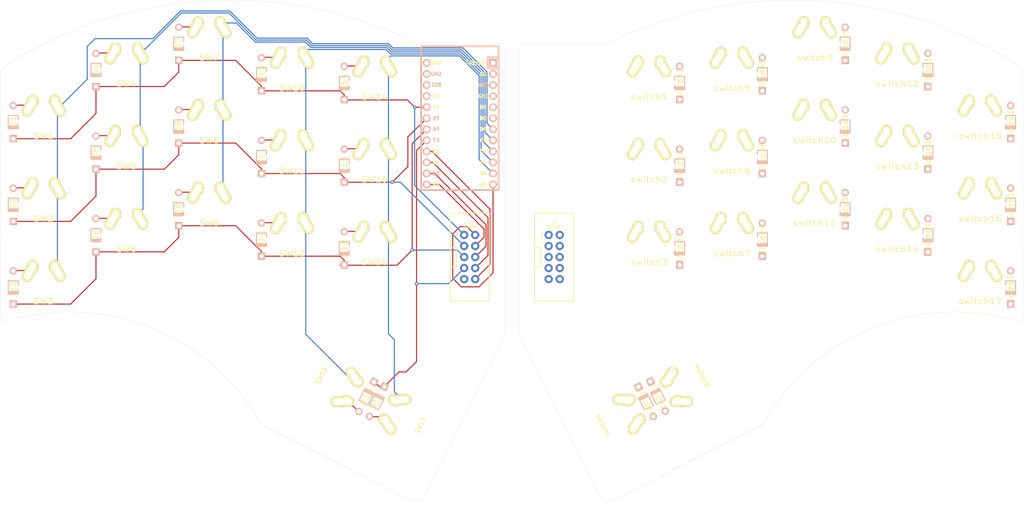
<source format=kicad_pcb>
(kicad_pcb (version 20171130) (host pcbnew 5.1.5)
  (layers (0 F.Cu signal) (31 B.Cu signal) (34 B.Paste user) (35 F.Paste user) (36 B.SilkS user) (37 F.SilkS user) (38 B.Mask user) (39 F.Mask user) (44 Edge.Cuts user))
  (net 0 "")
  (net 1 "Net-(D1-Pad2)")
  (net 2 "Net-(D2-Pad2)")
  (net 3 "Net-(D3-Pad2)")
  (net 4 "Net-(D5-Pad2)")
  (net 5 "Net-(D6-Pad2)")
  (net 6 "Net-(D7-Pad2)")
  (net 7 "Net-(D10-Pad2)")
  (net 8 "Net-(D11-Pad2)")
  (net 9 "Net-(D12-Pad2)")
  (net 10 "Net-(D15-Pad2)")
  (net 11 "Net-(D16-Pad2)")
  (net 12 "Net-(D17-Pad2)")
  (net 13 COL0)
  (net 14 COL1)
  (net 15 COL2)
  (net 16 COL3)
  (net 17 COL4)
  (net 18 "Net-(D4-Pad2)")
  (net 19 "Net-(D8-Pad2)")
  (net 20 "Net-(D9-Pad2)")
  (net 21 "Net-(D13-Pad2)")
  (net 22 "Net-(D14-Pad2)")
  (net 23 ROW0A)
  (net 24 ROW1A)
  (net 25 ROW2A)
  (net 26 ROW3A)
  (net 27 ROW0B)
  (net 28 "Net-(diode1-Pad2)")
  (net 29 ROW1B)
  (net 30 "Net-(diode2-Pad2)")
  (net 31 ROW2B)
  (net 32 "Net-(diode3-Pad2)")
  (net 33 ROW3B)
  (net 34 "Net-(diode4-Pad2)")
  (net 35 "Net-(diode5-Pad2)")
  (net 36 "Net-(diode6-Pad2)")
  (net 37 "Net-(diode7-Pad2)")
  (net 38 "Net-(diode8-Pad2)")
  (net 39 "Net-(diode9-Pad2)")
  (net 40 "Net-(diode10-Pad2)")
  (net 41 "Net-(diode11-Pad2)")
  (net 42 "Net-(diode12-Pad2)")
  (net 43 "Net-(diode13-Pad2)")
  (net 44 "Net-(diode14-Pad2)")
  (net 45 "Net-(diode15-Pad2)")
  (net 46 "Net-(diode16-Pad2)")
  (net 47 "Net-(diode17-Pad2)")
  (net 48 "Net-(J1-Pad10)")
  (net 49 "Net-(J1-Pad8)")
  (net 50 "Net-(J1-Pad6)")
  (net 51 "Net-(J1-Pad4)")
  (net 52 "Net-(J1-Pad2)")
  (net 53 COL5)
  (net 54 COL6)
  (net 55 COL7)
  (net 56 COL8)
  (net 57 COL9)
  (module footprints:1u-dual (layer F.Cu) (at 245 77)
    (fp_text reference switch17 (at 0 3.175) (layer F.SilkS) (effects (font (size 1.27 1.524) (thickness 0.2032))))
    (fp_text value switch hide)
    (pad 1 thru_hole oval (at -2.52 -4.79) (size 2.5 3.08) (drill oval 1.5 2.08) (layers *.Cu *.Mask F.SilkS) (net 57 COL9))
    (pad 2 thru_hole oval (at 3.405 -3.27 29) (size 2.5 4.17) (drill oval 1.5 3.17) (layers *.Cu *.Mask F.SilkS) (net 47 "Net-(diode17-Pad2)"))
    (pad HOLE np_thru_hole circle (at 5.08 0) (size 1.8 1.8) (drill 1.8) (layers *.Cu))
    (pad HOLE np_thru_hole circle (at -5.08 0) (size 1.8 1.8) (drill 1.8) (layers *.Cu))
    (pad HOLE np_thru_hole circle (at 0 0) (size 3.9878 3.9878) (drill 3.9878) (layers *.Cu))
    (pad 2 thru_hole oval (at 2.52 -4.79) (size 2.5 3.08) (drill oval 1.5 2.08) (layers *.Cu *.Mask F.SilkS) (net 47 "Net-(diode17-Pad2)"))
    (pad 1 thru_hole oval (at -3.405 -3.27 330.95) (size 2.5 4.17) (drill oval 1.5 3.17) (layers *.Cu *.Mask F.SilkS) (net 57 COL9))
  )
  (module footprints:1u-dual (layer F.Cu) (at 245 58)
    (fp_text reference switch16 (at 0 3.175) (layer F.SilkS) (effects (font (size 1.27 1.524) (thickness 0.2032))))
    (fp_text value switch hide)
    (pad 1 thru_hole oval (at -2.52 -4.79) (size 2.5 3.08) (drill oval 1.5 2.08) (layers *.Cu *.Mask F.SilkS) (net 57 COL9))
    (pad 2 thru_hole oval (at 3.405 -3.27 29) (size 2.5 4.17) (drill oval 1.5 3.17) (layers *.Cu *.Mask F.SilkS) (net 46 "Net-(diode16-Pad2)"))
    (pad HOLE np_thru_hole circle (at 5.08 0) (size 1.8 1.8) (drill 1.8) (layers *.Cu))
    (pad HOLE np_thru_hole circle (at -5.08 0) (size 1.8 1.8) (drill 1.8) (layers *.Cu))
    (pad HOLE np_thru_hole circle (at 0 0) (size 3.9878 3.9878) (drill 3.9878) (layers *.Cu))
    (pad 2 thru_hole oval (at 2.52 -4.79) (size 2.5 3.08) (drill oval 1.5 2.08) (layers *.Cu *.Mask F.SilkS) (net 46 "Net-(diode16-Pad2)"))
    (pad 1 thru_hole oval (at -3.405 -3.27 330.95) (size 2.5 4.17) (drill oval 1.5 3.17) (layers *.Cu *.Mask F.SilkS) (net 57 COL9))
  )
  (module footprints:1u-dual (layer F.Cu) (at 245 39)
    (fp_text reference switch15 (at 0 3.175) (layer F.SilkS) (effects (font (size 1.27 1.524) (thickness 0.2032))))
    (fp_text value switch hide)
    (pad 1 thru_hole oval (at -2.52 -4.79) (size 2.5 3.08) (drill oval 1.5 2.08) (layers *.Cu *.Mask F.SilkS) (net 57 COL9))
    (pad 2 thru_hole oval (at 3.405 -3.27 29) (size 2.5 4.17) (drill oval 1.5 3.17) (layers *.Cu *.Mask F.SilkS) (net 45 "Net-(diode15-Pad2)"))
    (pad HOLE np_thru_hole circle (at 5.08 0) (size 1.8 1.8) (drill 1.8) (layers *.Cu))
    (pad HOLE np_thru_hole circle (at -5.08 0) (size 1.8 1.8) (drill 1.8) (layers *.Cu))
    (pad HOLE np_thru_hole circle (at 0 0) (size 3.9878 3.9878) (drill 3.9878) (layers *.Cu))
    (pad 2 thru_hole oval (at 2.52 -4.79) (size 2.5 3.08) (drill oval 1.5 2.08) (layers *.Cu *.Mask F.SilkS) (net 45 "Net-(diode15-Pad2)"))
    (pad 1 thru_hole oval (at -3.405 -3.27 330.95) (size 2.5 4.17) (drill oval 1.5 3.17) (layers *.Cu *.Mask F.SilkS) (net 57 COL9))
  )
  (module footprints:1u-dual (layer F.Cu) (at 226 65)
    (fp_text reference switch14 (at 0 3.175) (layer F.SilkS) (effects (font (size 1.27 1.524) (thickness 0.2032))))
    (fp_text value switch hide)
    (pad 1 thru_hole oval (at -2.52 -4.79) (size 2.5 3.08) (drill oval 1.5 2.08) (layers *.Cu *.Mask F.SilkS) (net 56 COL8))
    (pad 2 thru_hole oval (at 3.405 -3.27 29) (size 2.5 4.17) (drill oval 1.5 3.17) (layers *.Cu *.Mask F.SilkS) (net 44 "Net-(diode14-Pad2)"))
    (pad HOLE np_thru_hole circle (at 5.08 0) (size 1.8 1.8) (drill 1.8) (layers *.Cu))
    (pad HOLE np_thru_hole circle (at -5.08 0) (size 1.8 1.8) (drill 1.8) (layers *.Cu))
    (pad HOLE np_thru_hole circle (at 0 0) (size 3.9878 3.9878) (drill 3.9878) (layers *.Cu))
    (pad 2 thru_hole oval (at 2.52 -4.79) (size 2.5 3.08) (drill oval 1.5 2.08) (layers *.Cu *.Mask F.SilkS) (net 44 "Net-(diode14-Pad2)"))
    (pad 1 thru_hole oval (at -3.405 -3.27 330.95) (size 2.5 4.17) (drill oval 1.5 3.17) (layers *.Cu *.Mask F.SilkS) (net 56 COL8))
  )
  (module footprints:1u-dual (layer F.Cu) (at 226 46)
    (fp_text reference switch13 (at 0 3.175) (layer F.SilkS) (effects (font (size 1.27 1.524) (thickness 0.2032))))
    (fp_text value switch hide)
    (pad 1 thru_hole oval (at -2.52 -4.79) (size 2.5 3.08) (drill oval 1.5 2.08) (layers *.Cu *.Mask F.SilkS) (net 56 COL8))
    (pad 2 thru_hole oval (at 3.405 -3.27 29) (size 2.5 4.17) (drill oval 1.5 3.17) (layers *.Cu *.Mask F.SilkS) (net 43 "Net-(diode13-Pad2)"))
    (pad HOLE np_thru_hole circle (at 5.08 0) (size 1.8 1.8) (drill 1.8) (layers *.Cu))
    (pad HOLE np_thru_hole circle (at -5.08 0) (size 1.8 1.8) (drill 1.8) (layers *.Cu))
    (pad HOLE np_thru_hole circle (at 0 0) (size 3.9878 3.9878) (drill 3.9878) (layers *.Cu))
    (pad 2 thru_hole oval (at 2.52 -4.79) (size 2.5 3.08) (drill oval 1.5 2.08) (layers *.Cu *.Mask F.SilkS) (net 43 "Net-(diode13-Pad2)"))
    (pad 1 thru_hole oval (at -3.405 -3.27 330.95) (size 2.5 4.17) (drill oval 1.5 3.17) (layers *.Cu *.Mask F.SilkS) (net 56 COL8))
  )
  (module footprints:1u-dual (layer F.Cu) (at 226 27)
    (fp_text reference switch12 (at 0 3.175) (layer F.SilkS) (effects (font (size 1.27 1.524) (thickness 0.2032))))
    (fp_text value switch hide)
    (pad 1 thru_hole oval (at -2.52 -4.79) (size 2.5 3.08) (drill oval 1.5 2.08) (layers *.Cu *.Mask F.SilkS) (net 56 COL8))
    (pad 2 thru_hole oval (at 3.405 -3.27 29) (size 2.5 4.17) (drill oval 1.5 3.17) (layers *.Cu *.Mask F.SilkS) (net 42 "Net-(diode12-Pad2)"))
    (pad HOLE np_thru_hole circle (at 5.08 0) (size 1.8 1.8) (drill 1.8) (layers *.Cu))
    (pad HOLE np_thru_hole circle (at -5.08 0) (size 1.8 1.8) (drill 1.8) (layers *.Cu))
    (pad HOLE np_thru_hole circle (at 0 0) (size 3.9878 3.9878) (drill 3.9878) (layers *.Cu))
    (pad 2 thru_hole oval (at 2.52 -4.79) (size 2.5 3.08) (drill oval 1.5 2.08) (layers *.Cu *.Mask F.SilkS) (net 42 "Net-(diode12-Pad2)"))
    (pad 1 thru_hole oval (at -3.405 -3.27 330.95) (size 2.5 4.17) (drill oval 1.5 3.17) (layers *.Cu *.Mask F.SilkS) (net 56 COL8))
  )
  (module footprints:1u-dual (layer F.Cu) (at 207 59)
    (fp_text reference switch11 (at 0 3.175) (layer F.SilkS) (effects (font (size 1.27 1.524) (thickness 0.2032))))
    (fp_text value switch hide)
    (pad 1 thru_hole oval (at -2.52 -4.79) (size 2.5 3.08) (drill oval 1.5 2.08) (layers *.Cu *.Mask F.SilkS) (net 55 COL7))
    (pad 2 thru_hole oval (at 3.405 -3.27 29) (size 2.5 4.17) (drill oval 1.5 3.17) (layers *.Cu *.Mask F.SilkS) (net 41 "Net-(diode11-Pad2)"))
    (pad HOLE np_thru_hole circle (at 5.08 0) (size 1.8 1.8) (drill 1.8) (layers *.Cu))
    (pad HOLE np_thru_hole circle (at -5.08 0) (size 1.8 1.8) (drill 1.8) (layers *.Cu))
    (pad HOLE np_thru_hole circle (at 0 0) (size 3.9878 3.9878) (drill 3.9878) (layers *.Cu))
    (pad 2 thru_hole oval (at 2.52 -4.79) (size 2.5 3.08) (drill oval 1.5 2.08) (layers *.Cu *.Mask F.SilkS) (net 41 "Net-(diode11-Pad2)"))
    (pad 1 thru_hole oval (at -3.405 -3.27 330.95) (size 2.5 4.17) (drill oval 1.5 3.17) (layers *.Cu *.Mask F.SilkS) (net 55 COL7))
  )
  (module footprints:1u-dual (layer F.Cu) (at 207 40)
    (fp_text reference switch10 (at 0 3.175) (layer F.SilkS) (effects (font (size 1.27 1.524) (thickness 0.2032))))
    (fp_text value switch hide)
    (pad 1 thru_hole oval (at -2.52 -4.79) (size 2.5 3.08) (drill oval 1.5 2.08) (layers *.Cu *.Mask F.SilkS) (net 55 COL7))
    (pad 2 thru_hole oval (at 3.405 -3.27 29) (size 2.5 4.17) (drill oval 1.5 3.17) (layers *.Cu *.Mask F.SilkS) (net 40 "Net-(diode10-Pad2)"))
    (pad HOLE np_thru_hole circle (at 5.08 0) (size 1.8 1.8) (drill 1.8) (layers *.Cu))
    (pad HOLE np_thru_hole circle (at -5.08 0) (size 1.8 1.8) (drill 1.8) (layers *.Cu))
    (pad HOLE np_thru_hole circle (at 0 0) (size 3.9878 3.9878) (drill 3.9878) (layers *.Cu))
    (pad 2 thru_hole oval (at 2.52 -4.79) (size 2.5 3.08) (drill oval 1.5 2.08) (layers *.Cu *.Mask F.SilkS) (net 40 "Net-(diode10-Pad2)"))
    (pad 1 thru_hole oval (at -3.405 -3.27 330.95) (size 2.5 4.17) (drill oval 1.5 3.17) (layers *.Cu *.Mask F.SilkS) (net 55 COL7))
  )
  (module footprints:1u-dual (layer F.Cu) (at 207 21)
    (fp_text reference switch9 (at 0 3.175) (layer F.SilkS) (effects (font (size 1.27 1.524) (thickness 0.2032))))
    (fp_text value switch hide)
    (pad 1 thru_hole oval (at -2.52 -4.79) (size 2.5 3.08) (drill oval 1.5 2.08) (layers *.Cu *.Mask F.SilkS) (net 55 COL7))
    (pad 2 thru_hole oval (at 3.405 -3.27 29) (size 2.5 4.17) (drill oval 1.5 3.17) (layers *.Cu *.Mask F.SilkS) (net 39 "Net-(diode9-Pad2)"))
    (pad HOLE np_thru_hole circle (at 5.08 0) (size 1.8 1.8) (drill 1.8) (layers *.Cu))
    (pad HOLE np_thru_hole circle (at -5.08 0) (size 1.8 1.8) (drill 1.8) (layers *.Cu))
    (pad HOLE np_thru_hole circle (at 0 0) (size 3.9878 3.9878) (drill 3.9878) (layers *.Cu))
    (pad 2 thru_hole oval (at 2.52 -4.79) (size 2.5 3.08) (drill oval 1.5 2.08) (layers *.Cu *.Mask F.SilkS) (net 39 "Net-(diode9-Pad2)"))
    (pad 1 thru_hole oval (at -3.405 -3.27 330.95) (size 2.5 4.17) (drill oval 1.5 3.17) (layers *.Cu *.Mask F.SilkS) (net 55 COL7))
  )
  (module footprints:2u-dual (layer F.Cu) (at 178.4 98.7 116.6)
    (fp_text reference switch8 (at 0 3.175 116.6) (layer F.SilkS) (effects (font (thickness 0.2))))
    (fp_text value switch hide)
    (pad HOLE np_thru_hole circle (at 11.938 8.255 116.6) (size 3.9878 3.9878) (drill 3.9878) (layers *.Cu))
    (pad HOLE np_thru_hole circle (at -11.938 8.255 116.6) (size 3.9878 3.9878) (drill 3.9878) (layers *.Cu))
    (pad HOLE np_thru_hole circle (at 11.938 -6.985 116.6) (size 3.048 3.048) (drill 3.048) (layers *.Cu))
    (pad HOLE np_thru_hole circle (at -11.938 -6.985 116.6) (size 3.048 3.048) (drill 3.048) (layers *.Cu))
    (pad HOLE np_thru_hole circle (at 5.08 0 116.6) (size 1.8 1.8) (drill 1.8) (layers *.Cu))
    (pad HOLE np_thru_hole circle (at -5.08 0 116.6) (size 1.8 1.8) (drill 1.8) (layers *.Cu))
    (pad HOLE np_thru_hole circle (at 0 0 116.6) (size 3.9878 3.9878) (drill 3.9878) (layers *.Cu))
    (pad 2 thru_hole oval (at 2.52 -4.79 112.7) (size 2.5 3.08) (drill oval 1.5 2.08) (layers *.Cu *.Mask F.SilkS) (net 54 COL6))
    (pad 1 thru_hole oval (at -3.405 -3.27 87.55) (size 2.5 4.17) (drill oval 1.5 3.17) (layers *.Cu *.Mask F.SilkS) (net 38 "Net-(diode8-Pad2)"))
    (pad 2 thru_hole oval (at 3.405 -3.27 145.65) (size 2.5 4.17) (drill oval 1.5 3.17) (layers *.Cu *.Mask F.SilkS) (net 54 COL6))
    (pad 1 thru_hole oval (at -2.52 -4.79 120.5) (size 2.5 3.08) (drill oval 1.5 2.08) (layers *.Cu *.Mask F.SilkS) (net 38 "Net-(diode8-Pad2)"))
  )
  (module footprints:1u-dual (layer F.Cu) (at 188 66)
    (fp_text reference switch7 (at 0 3.175) (layer F.SilkS) (effects (font (size 1.27 1.524) (thickness 0.2032))))
    (fp_text value switch hide)
    (pad 1 thru_hole oval (at -2.52 -4.79) (size 2.5 3.08) (drill oval 1.5 2.08) (layers *.Cu *.Mask F.SilkS) (net 54 COL6))
    (pad 2 thru_hole oval (at 3.405 -3.27 29) (size 2.5 4.17) (drill oval 1.5 3.17) (layers *.Cu *.Mask F.SilkS) (net 37 "Net-(diode7-Pad2)"))
    (pad HOLE np_thru_hole circle (at 5.08 0) (size 1.8 1.8) (drill 1.8) (layers *.Cu))
    (pad HOLE np_thru_hole circle (at -5.08 0) (size 1.8 1.8) (drill 1.8) (layers *.Cu))
    (pad HOLE np_thru_hole circle (at 0 0) (size 3.9878 3.9878) (drill 3.9878) (layers *.Cu))
    (pad 2 thru_hole oval (at 2.52 -4.79) (size 2.5 3.08) (drill oval 1.5 2.08) (layers *.Cu *.Mask F.SilkS) (net 37 "Net-(diode7-Pad2)"))
    (pad 1 thru_hole oval (at -3.405 -3.27 330.95) (size 2.5 4.17) (drill oval 1.5 3.17) (layers *.Cu *.Mask F.SilkS) (net 54 COL6))
  )
  (module footprints:1u-dual (layer F.Cu) (at 188 47)
    (fp_text reference switch6 (at 0 3.175) (layer F.SilkS) (effects (font (size 1.27 1.524) (thickness 0.2032))))
    (fp_text value switch hide)
    (pad 1 thru_hole oval (at -2.52 -4.79) (size 2.5 3.08) (drill oval 1.5 2.08) (layers *.Cu *.Mask F.SilkS) (net 54 COL6))
    (pad 2 thru_hole oval (at 3.405 -3.27 29) (size 2.5 4.17) (drill oval 1.5 3.17) (layers *.Cu *.Mask F.SilkS) (net 36 "Net-(diode6-Pad2)"))
    (pad HOLE np_thru_hole circle (at 5.08 0) (size 1.8 1.8) (drill 1.8) (layers *.Cu))
    (pad HOLE np_thru_hole circle (at -5.08 0) (size 1.8 1.8) (drill 1.8) (layers *.Cu))
    (pad HOLE np_thru_hole circle (at 0 0) (size 3.9878 3.9878) (drill 3.9878) (layers *.Cu))
    (pad 2 thru_hole oval (at 2.52 -4.79) (size 2.5 3.08) (drill oval 1.5 2.08) (layers *.Cu *.Mask F.SilkS) (net 36 "Net-(diode6-Pad2)"))
    (pad 1 thru_hole oval (at -3.405 -3.27 330.95) (size 2.5 4.17) (drill oval 1.5 3.17) (layers *.Cu *.Mask F.SilkS) (net 54 COL6))
  )
  (module footprints:1u-dual (layer F.Cu) (at 188 28)
    (fp_text reference switch5 (at 0 3.175) (layer F.SilkS) (effects (font (size 1.27 1.524) (thickness 0.2032))))
    (fp_text value switch hide)
    (pad 1 thru_hole oval (at -2.52 -4.79) (size 2.5 3.08) (drill oval 1.5 2.08) (layers *.Cu *.Mask F.SilkS) (net 54 COL6))
    (pad 2 thru_hole oval (at 3.405 -3.27 29) (size 2.5 4.17) (drill oval 1.5 3.17) (layers *.Cu *.Mask F.SilkS) (net 35 "Net-(diode5-Pad2)"))
    (pad HOLE np_thru_hole circle (at 5.08 0) (size 1.8 1.8) (drill 1.8) (layers *.Cu))
    (pad HOLE np_thru_hole circle (at -5.08 0) (size 1.8 1.8) (drill 1.8) (layers *.Cu))
    (pad HOLE np_thru_hole circle (at 0 0) (size 3.9878 3.9878) (drill 3.9878) (layers *.Cu))
    (pad 2 thru_hole oval (at 2.52 -4.79) (size 2.5 3.08) (drill oval 1.5 2.08) (layers *.Cu *.Mask F.SilkS) (net 35 "Net-(diode5-Pad2)"))
    (pad 1 thru_hole oval (at -3.405 -3.27 330.95) (size 2.5 4.17) (drill oval 1.5 3.17) (layers *.Cu *.Mask F.SilkS) (net 54 COL6))
  )
  (module footprints:2u-dual (layer F.Cu) (at 161.3 107.3 296.6)
    (fp_text reference switch4 (at 0 3.175 116.6) (layer F.SilkS) (effects (font (thickness 0.2))))
    (fp_text value switch hide)
    (pad HOLE np_thru_hole circle (at 11.938 8.255 296.6) (size 3.9878 3.9878) (drill 3.9878) (layers *.Cu))
    (pad HOLE np_thru_hole circle (at -11.938 8.255 296.6) (size 3.9878 3.9878) (drill 3.9878) (layers *.Cu))
    (pad HOLE np_thru_hole circle (at 11.938 -6.985 296.6) (size 3.048 3.048) (drill 3.048) (layers *.Cu))
    (pad HOLE np_thru_hole circle (at -11.938 -6.985 296.6) (size 3.048 3.048) (drill 3.048) (layers *.Cu))
    (pad HOLE np_thru_hole circle (at 5.08 0 296.6) (size 1.8 1.8) (drill 1.8) (layers *.Cu))
    (pad HOLE np_thru_hole circle (at -5.08 0 296.6) (size 1.8 1.8) (drill 1.8) (layers *.Cu))
    (pad HOLE np_thru_hole circle (at 0 0 296.6) (size 3.9878 3.9878) (drill 3.9878) (layers *.Cu))
    (pad 2 thru_hole oval (at 2.52 -4.79 292.7) (size 2.5 3.08) (drill oval 1.5 2.08) (layers *.Cu *.Mask F.SilkS) (net 34 "Net-(diode4-Pad2)"))
    (pad 1 thru_hole oval (at -3.405 -3.27 267.55) (size 2.5 4.17) (drill oval 1.5 3.17) (layers *.Cu *.Mask F.SilkS) (net 53 COL5))
    (pad 2 thru_hole oval (at 3.405 -3.27 325.65) (size 2.5 4.17) (drill oval 1.5 3.17) (layers *.Cu *.Mask F.SilkS) (net 34 "Net-(diode4-Pad2)"))
    (pad 1 thru_hole oval (at -2.52 -4.79 300.5) (size 2.5 3.08) (drill oval 1.5 2.08) (layers *.Cu *.Mask F.SilkS) (net 53 COL5))
  )
  (module footprints:1u-dual (layer F.Cu) (at 169 68)
    (fp_text reference switch3 (at 0 3.175) (layer F.SilkS) (effects (font (size 1.27 1.524) (thickness 0.2032))))
    (fp_text value switch hide)
    (pad 1 thru_hole oval (at -2.52 -4.79) (size 2.5 3.08) (drill oval 1.5 2.08) (layers *.Cu *.Mask F.SilkS) (net 53 COL5))
    (pad 2 thru_hole oval (at 3.405 -3.27 29) (size 2.5 4.17) (drill oval 1.5 3.17) (layers *.Cu *.Mask F.SilkS) (net 32 "Net-(diode3-Pad2)"))
    (pad HOLE np_thru_hole circle (at 5.08 0) (size 1.8 1.8) (drill 1.8) (layers *.Cu))
    (pad HOLE np_thru_hole circle (at -5.08 0) (size 1.8 1.8) (drill 1.8) (layers *.Cu))
    (pad HOLE np_thru_hole circle (at 0 0) (size 3.9878 3.9878) (drill 3.9878) (layers *.Cu))
    (pad 2 thru_hole oval (at 2.52 -4.79) (size 2.5 3.08) (drill oval 1.5 2.08) (layers *.Cu *.Mask F.SilkS) (net 32 "Net-(diode3-Pad2)"))
    (pad 1 thru_hole oval (at -3.405 -3.27 330.95) (size 2.5 4.17) (drill oval 1.5 3.17) (layers *.Cu *.Mask F.SilkS) (net 53 COL5))
  )
  (module footprints:1u-dual (layer F.Cu) (at 169 49)
    (fp_text reference switch2 (at 0 3.175) (layer F.SilkS) (effects (font (size 1.27 1.524) (thickness 0.2032))))
    (fp_text value switch hide)
    (pad 1 thru_hole oval (at -2.52 -4.79) (size 2.5 3.08) (drill oval 1.5 2.08) (layers *.Cu *.Mask F.SilkS) (net 53 COL5))
    (pad 2 thru_hole oval (at 3.405 -3.27 29) (size 2.5 4.17) (drill oval 1.5 3.17) (layers *.Cu *.Mask F.SilkS) (net 30 "Net-(diode2-Pad2)"))
    (pad HOLE np_thru_hole circle (at 5.08 0) (size 1.8 1.8) (drill 1.8) (layers *.Cu))
    (pad HOLE np_thru_hole circle (at -5.08 0) (size 1.8 1.8) (drill 1.8) (layers *.Cu))
    (pad HOLE np_thru_hole circle (at 0 0) (size 3.9878 3.9878) (drill 3.9878) (layers *.Cu))
    (pad 2 thru_hole oval (at 2.52 -4.79) (size 2.5 3.08) (drill oval 1.5 2.08) (layers *.Cu *.Mask F.SilkS) (net 30 "Net-(diode2-Pad2)"))
    (pad 1 thru_hole oval (at -3.405 -3.27 330.95) (size 2.5 4.17) (drill oval 1.5 3.17) (layers *.Cu *.Mask F.SilkS) (net 53 COL5))
  )
  (module footprints:1u-dual (layer F.Cu) (at 169 30)
    (fp_text reference switch1 (at 0 3.175) (layer F.SilkS) (effects (font (size 1.27 1.524) (thickness 0.2032))))
    (fp_text value switch hide)
    (pad 1 thru_hole oval (at -2.52 -4.79) (size 2.5 3.08) (drill oval 1.5 2.08) (layers *.Cu *.Mask F.SilkS) (net 53 COL5))
    (pad 2 thru_hole oval (at 3.405 -3.27 29) (size 2.5 4.17) (drill oval 1.5 3.17) (layers *.Cu *.Mask F.SilkS) (net 28 "Net-(diode1-Pad2)"))
    (pad HOLE np_thru_hole circle (at 5.08 0) (size 1.8 1.8) (drill 1.8) (layers *.Cu))
    (pad HOLE np_thru_hole circle (at -5.08 0) (size 1.8 1.8) (drill 1.8) (layers *.Cu))
    (pad HOLE np_thru_hole circle (at 0 0) (size 3.9878 3.9878) (drill 3.9878) (layers *.Cu))
    (pad 2 thru_hole oval (at 2.52 -4.79) (size 2.5 3.08) (drill oval 1.5 2.08) (layers *.Cu *.Mask F.SilkS) (net 28 "Net-(diode1-Pad2)"))
    (pad 1 thru_hole oval (at -3.405 -3.27 330.95) (size 2.5 4.17) (drill oval 1.5 3.17) (layers *.Cu *.Mask F.SilkS) (net 53 COL5))
  )
  (module footprints:connector-shrouded (layer F.Cu) (at 147.2 70)
    (fp_text reference J2 (at 0 -8) (layer F.SilkS) (effects (font (size 0.6096 0.6096) (thickness 0.127))))
    (fp_text value 02x05 (at 0 -7) (layer F.SilkS) (effects (font (size 0.6096 0.6096) (thickness 0.127))))
    (pad 10 thru_hole circle (at 1.27 5.08) (size 1.8796 1.8796) (drill 1.016) (layers *.Cu *.Mask) (net 53 COL5))
    (pad 9 thru_hole circle (at -1.27 5.08) (size 1.8796 1.8796) (drill 1.016) (layers *.Cu *.Mask))
    (pad 8 thru_hole circle (at 1.27 2.54) (size 1.8796 1.8796) (drill 1.016) (layers *.Cu *.Mask) (net 54 COL6))
    (pad 7 thru_hole circle (at -1.27 2.54) (size 1.8796 1.8796) (drill 1.016) (layers *.Cu *.Mask) (net 33 ROW3B))
    (pad 6 thru_hole circle (at 1.27 0) (size 1.8796 1.8796) (drill 1.016) (layers *.Cu *.Mask) (net 55 COL7))
    (pad 5 thru_hole circle (at -1.27 0) (size 1.8796 1.8796) (drill 1.016) (layers *.Cu *.Mask) (net 31 ROW2B))
    (pad 4 thru_hole circle (at 1.27 -2.54) (size 1.8796 1.8796) (drill 1.016) (layers *.Cu *.Mask) (net 56 COL8))
    (pad 3 thru_hole circle (at -1.27 -2.54) (size 1.8796 1.8796) (drill 1.016) (layers *.Cu *.Mask) (net 29 ROW1B))
    (pad 2 thru_hole circle (at 1.27 -5.08) (size 1.8796 1.8796) (drill 1.016) (layers *.Cu *.Mask) (net 57 COL9))
    (pad 1 thru_hole circle (at -1.27 -5.08) (size 1.8796 1.8796) (drill 1.016) (layers *.Cu *.Mask) (net 27 ROW0B))
  )
  (module footprints:connector-shrouded (layer F.Cu) (at 127.8 70)
    (fp_text reference J1 (at 0 -8) (layer F.SilkS) (effects (font (size 0.6096 0.6096) (thickness 0.127))))
    (fp_text value 02x05 (at 0 -7) (layer F.SilkS) (effects (font (size 0.6096 0.6096) (thickness 0.127))))
    (pad 10 thru_hole circle (at 1.27 5.08) (size 1.8796 1.8796) (drill 1.016) (layers *.Cu *.Mask) (net 48 "Net-(J1-Pad10)"))
    (pad 9 thru_hole circle (at -1.27 5.08) (size 1.8796 1.8796) (drill 1.016) (layers *.Cu *.Mask))
    (pad 8 thru_hole circle (at 1.27 2.54) (size 1.8796 1.8796) (drill 1.016) (layers *.Cu *.Mask) (net 49 "Net-(J1-Pad8)"))
    (pad 7 thru_hole circle (at -1.27 2.54) (size 1.8796 1.8796) (drill 1.016) (layers *.Cu *.Mask) (net 26 ROW3A))
    (pad 6 thru_hole circle (at 1.27 0) (size 1.8796 1.8796) (drill 1.016) (layers *.Cu *.Mask) (net 50 "Net-(J1-Pad6)"))
    (pad 5 thru_hole circle (at -1.27 0) (size 1.8796 1.8796) (drill 1.016) (layers *.Cu *.Mask) (net 25 ROW2A))
    (pad 4 thru_hole circle (at 1.27 -2.54) (size 1.8796 1.8796) (drill 1.016) (layers *.Cu *.Mask) (net 51 "Net-(J1-Pad4)"))
    (pad 3 thru_hole circle (at -1.27 -2.54) (size 1.8796 1.8796) (drill 1.016) (layers *.Cu *.Mask) (net 24 ROW1A))
    (pad 2 thru_hole circle (at 1.27 -5.08) (size 1.8796 1.8796) (drill 1.016) (layers *.Cu *.Mask) (net 52 "Net-(J1-Pad2)"))
    (pad 1 thru_hole circle (at -1.27 -5.08) (size 1.8796 1.8796) (drill 1.016) (layers *.Cu *.Mask) (net 23 ROW0A))
  )
  (module footprints:diode (layer F.Cu) (at 252 77 270)
    (fp_text reference diode17 (at 0 0 90) (layer F.SilkS) (effects (font (size 1.27 1.524) (thickness 0.2032))))
    (fp_text value diode hide)
    (pad 1 thru_hole rect (at 3.81 0 270) (size 1.651 1.651) (drill 0.9906) (layers *.Cu *.SilkS *.Mask) (net 31 ROW2B))
    (pad 2 thru_hole circle (at -3.81 0 270) (size 1.651 1.651) (drill 0.9906) (layers *.Cu *.SilkS *.Mask) (net 47 "Net-(diode17-Pad2)"))
  )
  (module footprints:diode (layer F.Cu) (at 252 58 270)
    (fp_text reference diode16 (at 0 0 90) (layer F.SilkS) (effects (font (size 1.27 1.524) (thickness 0.2032))))
    (fp_text value diode hide)
    (pad 1 thru_hole rect (at 3.81 0 270) (size 1.651 1.651) (drill 0.9906) (layers *.Cu *.SilkS *.Mask) (net 29 ROW1B))
    (pad 2 thru_hole circle (at -3.81 0 270) (size 1.651 1.651) (drill 0.9906) (layers *.Cu *.SilkS *.Mask) (net 46 "Net-(diode16-Pad2)"))
  )
  (module footprints:diode (layer F.Cu) (at 252 39 270)
    (fp_text reference diode15 (at 0 0 90) (layer F.SilkS) (effects (font (size 1.27 1.524) (thickness 0.2032))))
    (fp_text value diode hide)
    (pad 1 thru_hole rect (at 3.81 0 270) (size 1.651 1.651) (drill 0.9906) (layers *.Cu *.SilkS *.Mask) (net 27 ROW0B))
    (pad 2 thru_hole circle (at -3.81 0 270) (size 1.651 1.651) (drill 0.9906) (layers *.Cu *.SilkS *.Mask) (net 45 "Net-(diode15-Pad2)"))
  )
  (module footprints:diode (layer F.Cu) (at 233 65 270)
    (fp_text reference diode14 (at 0 0 90) (layer F.SilkS) (effects (font (size 1.27 1.524) (thickness 0.2032))))
    (fp_text value diode hide)
    (pad 1 thru_hole rect (at 3.81 0 270) (size 1.651 1.651) (drill 0.9906) (layers *.Cu *.SilkS *.Mask) (net 31 ROW2B))
    (pad 2 thru_hole circle (at -3.81 0 270) (size 1.651 1.651) (drill 0.9906) (layers *.Cu *.SilkS *.Mask) (net 44 "Net-(diode14-Pad2)"))
  )
  (module footprints:diode (layer F.Cu) (at 233 46 270)
    (fp_text reference diode13 (at 0 0 90) (layer F.SilkS) (effects (font (size 1.27 1.524) (thickness 0.2032))))
    (fp_text value diode hide)
    (pad 1 thru_hole rect (at 3.81 0 270) (size 1.651 1.651) (drill 0.9906) (layers *.Cu *.SilkS *.Mask) (net 29 ROW1B))
    (pad 2 thru_hole circle (at -3.81 0 270) (size 1.651 1.651) (drill 0.9906) (layers *.Cu *.SilkS *.Mask) (net 43 "Net-(diode13-Pad2)"))
  )
  (module footprints:diode (layer F.Cu) (at 233 27 270)
    (fp_text reference diode12 (at 0 0 90) (layer F.SilkS) (effects (font (size 1.27 1.524) (thickness 0.2032))))
    (fp_text value diode hide)
    (pad 1 thru_hole rect (at 3.81 0 270) (size 1.651 1.651) (drill 0.9906) (layers *.Cu *.SilkS *.Mask) (net 27 ROW0B))
    (pad 2 thru_hole circle (at -3.81 0 270) (size 1.651 1.651) (drill 0.9906) (layers *.Cu *.SilkS *.Mask) (net 42 "Net-(diode12-Pad2)"))
  )
  (module footprints:diode (layer F.Cu) (at 214 59 270)
    (fp_text reference diode11 (at 0 0 90) (layer F.SilkS) (effects (font (size 1.27 1.524) (thickness 0.2032))))
    (fp_text value diode hide)
    (pad 1 thru_hole rect (at 3.81 0 270) (size 1.651 1.651) (drill 0.9906) (layers *.Cu *.SilkS *.Mask) (net 31 ROW2B))
    (pad 2 thru_hole circle (at -3.81 0 270) (size 1.651 1.651) (drill 0.9906) (layers *.Cu *.SilkS *.Mask) (net 41 "Net-(diode11-Pad2)"))
  )
  (module footprints:diode (layer F.Cu) (at 214 40 270)
    (fp_text reference diode10 (at 0 0 90) (layer F.SilkS) (effects (font (size 1.27 1.524) (thickness 0.2032))))
    (fp_text value diode hide)
    (pad 1 thru_hole rect (at 3.81 0 270) (size 1.651 1.651) (drill 0.9906) (layers *.Cu *.SilkS *.Mask) (net 29 ROW1B))
    (pad 2 thru_hole circle (at -3.81 0 270) (size 1.651 1.651) (drill 0.9906) (layers *.Cu *.SilkS *.Mask) (net 40 "Net-(diode10-Pad2)"))
  )
  (module footprints:diode (layer F.Cu) (at 214 21 270)
    (fp_text reference diode9 (at 0 0 90) (layer F.SilkS) (effects (font (size 1.27 1.524) (thickness 0.2032))))
    (fp_text value diode hide)
    (pad 1 thru_hole rect (at 3.81 0 270) (size 1.651 1.651) (drill 0.9906) (layers *.Cu *.SilkS *.Mask) (net 27 ROW0B))
    (pad 2 thru_hole circle (at -3.81 0 270) (size 1.651 1.651) (drill 0.9906) (layers *.Cu *.SilkS *.Mask) (net 39 "Net-(diode9-Pad2)"))
  )
  (module footprints:diode (layer F.Cu) (at 171 102 116.6)
    (fp_text reference diode8 (at 0 0 116.6) (layer F.SilkS) (effects (font (size 1.27 1.524) (thickness 0.2032))))
    (fp_text value diode hide)
    (pad 1 thru_hole rect (at 3.81 0 116.6) (size 1.651 1.651) (drill 0.9906) (layers *.Cu *.SilkS *.Mask) (net 33 ROW3B))
    (pad 2 thru_hole circle (at -3.81 0 116.6) (size 1.651 1.651) (drill 0.9906) (layers *.Cu *.SilkS *.Mask) (net 38 "Net-(diode8-Pad2)"))
  )
  (module footprints:diode (layer F.Cu) (at 195 66 270)
    (fp_text reference diode7 (at 0 0 90) (layer F.SilkS) (effects (font (size 1.27 1.524) (thickness 0.2032))))
    (fp_text value diode hide)
    (pad 1 thru_hole rect (at 3.81 0 270) (size 1.651 1.651) (drill 0.9906) (layers *.Cu *.SilkS *.Mask) (net 31 ROW2B))
    (pad 2 thru_hole circle (at -3.81 0 270) (size 1.651 1.651) (drill 0.9906) (layers *.Cu *.SilkS *.Mask) (net 37 "Net-(diode7-Pad2)"))
  )
  (module footprints:diode (layer F.Cu) (at 195 47 270)
    (fp_text reference diode6 (at 0 0 90) (layer F.SilkS) (effects (font (size 1.27 1.524) (thickness 0.2032))))
    (fp_text value diode hide)
    (pad 1 thru_hole rect (at 3.81 0 270) (size 1.651 1.651) (drill 0.9906) (layers *.Cu *.SilkS *.Mask) (net 29 ROW1B))
    (pad 2 thru_hole circle (at -3.81 0 270) (size 1.651 1.651) (drill 0.9906) (layers *.Cu *.SilkS *.Mask) (net 36 "Net-(diode6-Pad2)"))
  )
  (module footprints:diode (layer F.Cu) (at 195 28 270)
    (fp_text reference diode5 (at 0 0 90) (layer F.SilkS) (effects (font (size 1.27 1.524) (thickness 0.2032))))
    (fp_text value diode hide)
    (pad 1 thru_hole rect (at 3.81 0 270) (size 1.651 1.651) (drill 0.9906) (layers *.Cu *.SilkS *.Mask) (net 27 ROW0B))
    (pad 2 thru_hole circle (at -3.81 0 270) (size 1.651 1.651) (drill 0.9906) (layers *.Cu *.SilkS *.Mask) (net 35 "Net-(diode5-Pad2)"))
  )
  (module footprints:diode (layer F.Cu) (at 168.25 103.25 116.6)
    (fp_text reference diode4 (at 0 0 116.6) (layer F.SilkS) (effects (font (size 1.27 1.524) (thickness 0.2032))))
    (fp_text value diode hide)
    (pad 1 thru_hole rect (at 3.81 0 116.6) (size 1.651 1.651) (drill 0.9906) (layers *.Cu *.SilkS *.Mask) (net 33 ROW3B))
    (pad 2 thru_hole circle (at -3.81 0 116.6) (size 1.651 1.651) (drill 0.9906) (layers *.Cu *.SilkS *.Mask) (net 34 "Net-(diode4-Pad2)"))
  )
  (module footprints:diode (layer F.Cu) (at 176 68 270)
    (fp_text reference diode3 (at 0 0 90) (layer F.SilkS) (effects (font (size 1.27 1.524) (thickness 0.2032))))
    (fp_text value diode hide)
    (pad 1 thru_hole rect (at 3.81 0 270) (size 1.651 1.651) (drill 0.9906) (layers *.Cu *.SilkS *.Mask) (net 31 ROW2B))
    (pad 2 thru_hole circle (at -3.81 0 270) (size 1.651 1.651) (drill 0.9906) (layers *.Cu *.SilkS *.Mask) (net 32 "Net-(diode3-Pad2)"))
  )
  (module footprints:diode (layer F.Cu) (at 176 49 270)
    (fp_text reference diode2 (at 0 0 90) (layer F.SilkS) (effects (font (size 1.27 1.524) (thickness 0.2032))))
    (fp_text value diode hide)
    (pad 1 thru_hole rect (at 3.81 0 270) (size 1.651 1.651) (drill 0.9906) (layers *.Cu *.SilkS *.Mask) (net 29 ROW1B))
    (pad 2 thru_hole circle (at -3.81 0 270) (size 1.651 1.651) (drill 0.9906) (layers *.Cu *.SilkS *.Mask) (net 30 "Net-(diode2-Pad2)"))
  )
  (module footprints:diode (layer F.Cu) (at 176 30 270)
    (fp_text reference diode1 (at 0 0 90) (layer F.SilkS) (effects (font (size 1.27 1.524) (thickness 0.2032))))
    (fp_text value diode hide)
    (pad 1 thru_hole rect (at 3.81 0 270) (size 1.651 1.651) (drill 0.9906) (layers *.Cu *.SilkS *.Mask) (net 27 ROW0B))
    (pad 2 thru_hole circle (at -3.81 0 270) (size 1.651 1.651) (drill 0.9906) (layers *.Cu *.SilkS *.Mask) (net 28 "Net-(diode1-Pad2)"))
  )
  (module footprints:promicro (layer B.Cu) (at 125.54 39.37 270)
    (fp_text reference U2 hide)
    (fp_text value ProMicro hide)
    (fp_text user ST (at -8.92 5.73312 180) (layer B.SilkS) (effects (font (size 0.8 0.8)) (justify mirror)))
    (fp_text user TX0/D3 (at -13.97 -3.571872 180) (layer F.SilkS) (effects (font (size 0.8 0.8))))
    (fp_text user TX0/D3 (at -13.97 -3.571872 180) (layer F.SilkS) (effects (font (size 0.8 0.8))))
    (fp_text user D2 (at -11.43 -5.461 180) (layer F.SilkS) (effects (font (size 0.8 0.8))))
    (fp_text user D0 (at -1.27 -5.461 180) (layer F.SilkS) (effects (font (size 0.8 0.8))))
    (fp_text user D1 (at -3.81 -5.461 180) (layer F.SilkS) (effects (font (size 0.8 0.8))))
    (fp_text user GND (at -6.35 -5.461 180) (layer F.SilkS) (effects (font (size 0.8 0.8))))
    (fp_text user GND (at -8.89 -5.461 180) (layer B.SilkS) (effects (font (size 0.8 0.8)) (justify mirror)))
    (fp_text user D4 (at 1.27 -5.461 180) (layer F.SilkS) (effects (font (size 0.8 0.8))))
    (fp_text user C6 (at 3.81 -5.461 180) (layer F.SilkS) (effects (font (size 0.8 0.8))))
    (fp_text user D7 (at 6.35 -5.461 180) (layer F.SilkS) (effects (font (size 0.8 0.8))))
    (fp_text user E6 (at 8.89 -5.461 180) (layer F.SilkS) (effects (font (size 0.8 0.8))))
    (fp_text user B4 (at 11.43 -5.461 180) (layer F.SilkS) (effects (font (size 0.8 0.8))))
    (fp_text user B5 (at 13.97 -5.461 180) (layer F.SilkS) (effects (font (size 0.8 0.8))))
    (fp_text user B6 (at 13.97 5.461 180) (layer F.SilkS) (effects (font (size 0.8 0.8))))
    (fp_text user B2 (at 11.43 5.461 180) (layer B.SilkS) (effects (font (size 0.8 0.8)) (justify mirror)))
    (fp_text user B3 (at 8.89 5.461 180) (layer F.SilkS) (effects (font (size 0.8 0.8))))
    (fp_text user B1 (at 6.35 5.461 180) (layer F.SilkS) (effects (font (size 0.8 0.8))))
    (fp_text user F7 (at 3.81 5.461 180) (layer B.SilkS) (effects (font (size 0.8 0.8)) (justify mirror)))
    (fp_text user F6 (at 1.27 5.461 180) (layer B.SilkS) (effects (font (size 0.8 0.8)) (justify mirror)))
    (fp_text user F5 (at -1.27 5.461 180) (layer B.SilkS) (effects (font (size 0.8 0.8)) (justify mirror)))
    (fp_text user F4 (at -3.81 5.461 180) (layer F.SilkS) (effects (font (size 0.8 0.8))))
    (fp_text user VCC (at -6.35 5.461 180) (layer F.SilkS) (effects (font (size 0.8 0.8))))
    (fp_text user ST (at -8.92 5.73312 180) (layer B.SilkS) (effects (font (size 0.8 0.8)) (justify mirror)))
    (fp_text user GND (at -11.43 5.461 180) (layer B.SilkS) (effects (font (size 0.8 0.8)) (justify mirror)))
    (fp_text user RAW (at -13.97 5.461 180) (layer F.SilkS) (effects (font (size 0.8 0.8))))
    (fp_text user RAW (at -13.97 5.461 180) (layer F.SilkS) (effects (font (size 0.8 0.8))))
    (fp_text user GND (at -11.43 5.461 180) (layer F.SilkS) (effects (font (size 0.8 0.8))))
    (fp_text user VCC (at -6.35 5.461 180) (layer F.SilkS) (effects (font (size 0.8 0.8))))
    (fp_text user F4 (at -3.81 5.461 180) (layer F.SilkS) (effects (font (size 0.8 0.8))))
    (fp_text user F5 (at -1.27 5.461 180) (layer B.SilkS) (effects (font (size 0.8 0.8)) (justify mirror)))
    (fp_text user F6 (at 1.27 5.461 180) (layer B.SilkS) (effects (font (size 0.8 0.8)) (justify mirror)))
    (fp_text user F7 (at 3.81 5.461 180) (layer B.SilkS) (effects (font (size 0.8 0.8)) (justify mirror)))
    (fp_text user B1 (at 6.35 5.461 180) (layer F.SilkS) (effects (font (size 0.8 0.8))))
    (fp_text user B3 (at 8.89 5.461 180) (layer F.SilkS) (effects (font (size 0.8 0.8))))
    (fp_text user B2 (at 11.43 5.461 180) (layer B.SilkS) (effects (font (size 0.8 0.8)) (justify mirror)))
    (fp_text user B6 (at 13.97 5.461 180) (layer F.SilkS) (effects (font (size 0.8 0.8))))
    (fp_text user B5 (at 13.97 -5.461 180) (layer F.SilkS) (effects (font (size 0.8 0.8))))
    (fp_text user B4 (at 11.43 -5.461 180) (layer F.SilkS) (effects (font (size 0.8 0.8))))
    (fp_text user E6 (at 8.89 -5.461 180) (layer F.SilkS) (effects (font (size 0.8 0.8))))
    (fp_text user D7 (at 6.35 -5.461 180) (layer F.SilkS) (effects (font (size 0.8 0.8))))
    (fp_text user C6 (at 3.81 -5.461 180) (layer F.SilkS) (effects (font (size 0.8 0.8))))
    (fp_text user D4 (at 1.27 -5.461 180) (layer F.SilkS) (effects (font (size 0.8 0.8))))
    (fp_text user GND (at -8.89 -5.461 180) (layer F.SilkS) (effects (font (size 0.8 0.8))))
    (fp_text user GND (at -6.35 -5.461 180) (layer F.SilkS) (effects (font (size 0.8 0.8))))
    (fp_text user D1 (at -3.81 -5.461 180) (layer F.SilkS) (effects (font (size 0.8 0.8))))
    (fp_text user D0 (at -1.27 -5.461 180) (layer F.SilkS) (effects (font (size 0.8 0.8))))
    (fp_text user D2 (at -11.43 -5.461 180) (layer F.SilkS) (effects (font (size 0.8 0.8))))
    (pad 24 thru_hole circle (at -13.97 7.62 270) (size 1.7526 1.7526) (drill 1.0922) (layers *.Cu *.SilkS *.Mask))
    (pad 12 thru_hole circle (at 13.97 -7.62 270) (size 1.7526 1.7526) (drill 1.0922) (layers *.Cu *.SilkS *.Mask) (net 52 "Net-(J1-Pad2)"))
    (pad 23 thru_hole circle (at -11.43 7.62 270) (size 1.7526 1.7526) (drill 1.0922) (layers *.Cu *.SilkS *.Mask))
    (pad 22 thru_hole circle (at -8.89 7.62 270) (size 1.7526 1.7526) (drill 1.0922) (layers *.Cu *.SilkS *.Mask))
    (pad 21 thru_hole circle (at -6.35 7.62 270) (size 1.7526 1.7526) (drill 1.0922) (layers *.Cu *.SilkS *.Mask))
    (pad 20 thru_hole circle (at -3.81 7.62 270) (size 1.7526 1.7526) (drill 1.0922) (layers *.Cu *.SilkS *.Mask) (net 23 ROW0A))
    (pad 19 thru_hole circle (at -1.27 7.62 270) (size 1.7526 1.7526) (drill 1.0922) (layers *.Cu *.SilkS *.Mask) (net 24 ROW1A))
    (pad 18 thru_hole circle (at 1.27 7.62 270) (size 1.7526 1.7526) (drill 1.0922) (layers *.Cu *.SilkS *.Mask) (net 25 ROW2A))
    (pad 17 thru_hole circle (at 3.81 7.62 270) (size 1.7526 1.7526) (drill 1.0922) (layers *.Cu *.SilkS *.Mask) (net 26 ROW3A))
    (pad 16 thru_hole circle (at 6.35 7.62 270) (size 1.7526 1.7526) (drill 1.0922) (layers *.Cu *.SilkS *.Mask) (net 48 "Net-(J1-Pad10)"))
    (pad 15 thru_hole circle (at 8.89 7.62 270) (size 1.7526 1.7526) (drill 1.0922) (layers *.Cu *.SilkS *.Mask) (net 49 "Net-(J1-Pad8)"))
    (pad 14 thru_hole circle (at 11.43 7.62 270) (size 1.7526 1.7526) (drill 1.0922) (layers *.Cu *.SilkS *.Mask) (net 50 "Net-(J1-Pad6)"))
    (pad 13 thru_hole circle (at 13.97 7.62 270) (size 1.7526 1.7526) (drill 1.0922) (layers *.Cu *.SilkS *.Mask) (net 51 "Net-(J1-Pad4)"))
    (pad 11 thru_hole circle (at 11.43 -7.62 270) (size 1.7526 1.7526) (drill 1.0922) (layers *.Cu *.SilkS *.Mask) (net 17 COL4))
    (pad 10 thru_hole circle (at 8.89 -7.62 270) (size 1.7526 1.7526) (drill 1.0922) (layers *.Cu *.SilkS *.Mask) (net 16 COL3))
    (pad 9 thru_hole circle (at 6.35 -7.62 270) (size 1.7526 1.7526) (drill 1.0922) (layers *.Cu *.SilkS *.Mask) (net 15 COL2))
    (pad 8 thru_hole circle (at 3.81 -7.62 270) (size 1.7526 1.7526) (drill 1.0922) (layers *.Cu *.SilkS *.Mask) (net 14 COL1))
    (pad 7 thru_hole circle (at 1.27 -7.62 270) (size 1.7526 1.7526) (drill 1.0922) (layers *.Cu *.SilkS *.Mask) (net 13 COL0))
    (pad 6 thru_hole circle (at -1.27 -7.62 270) (size 1.7526 1.7526) (drill 1.0922) (layers *.Cu *.SilkS *.Mask))
    (pad 5 thru_hole circle (at -3.81 -7.62 270) (size 1.7526 1.7526) (drill 1.0922) (layers *.Cu *.SilkS *.Mask))
    (pad 4 thru_hole circle (at -6.35 -7.62 270) (size 1.7526 1.7526) (drill 1.0922) (layers *.Cu *.SilkS *.Mask))
    (pad 3 thru_hole circle (at -8.89 -7.62 270) (size 1.7526 1.7526) (drill 1.0922) (layers *.Cu *.SilkS *.Mask))
    (pad 2 thru_hole circle (at -11.43 -7.62 270) (size 1.7526 1.7526) (drill 1.0922) (layers *.Cu *.SilkS *.Mask))
    (pad 1 thru_hole rect (at -13.97 -7.62 270) (size 1.7526 1.7526) (drill 1.0922) (layers *.Cu *.SilkS *.Mask))
  )
  (module footprints:diode (layer F.Cu) (at 106.5 103.2 63.4)
    (fp_text reference D17 (at 0 0 63.4) (layer F.SilkS) (effects (font (size 1.27 1.524) (thickness 0.2032))))
    (fp_text value D hide)
    (pad 1 thru_hole rect (at 3.81 0 63.4) (size 1.651 1.651) (drill 0.9906) (layers *.Cu *.SilkS *.Mask) (net 26 ROW3A))
    (pad 2 thru_hole circle (at -3.81 0 63.4) (size 1.651 1.651) (drill 0.9906) (layers *.Cu *.SilkS *.Mask) (net 12 "Net-(D17-Pad2)"))
  )
  (module footprints:diode (layer F.Cu) (at 99 68 270)
    (fp_text reference D16 (at 0 0 90) (layer F.SilkS) (effects (font (size 1.27 1.524) (thickness 0.2032))))
    (fp_text value D hide)
    (pad 1 thru_hole rect (at 3.81 0 270) (size 1.651 1.651) (drill 0.9906) (layers *.Cu *.SilkS *.Mask) (net 25 ROW2A))
    (pad 2 thru_hole circle (at -3.81 0 270) (size 1.651 1.651) (drill 0.9906) (layers *.Cu *.SilkS *.Mask) (net 11 "Net-(D16-Pad2)"))
  )
  (module footprints:diode (layer F.Cu) (at 99 49 270)
    (fp_text reference D15 (at 0 0 90) (layer F.SilkS) (effects (font (size 1.27 1.524) (thickness 0.2032))))
    (fp_text value D hide)
    (pad 1 thru_hole rect (at 3.81 0 270) (size 1.651 1.651) (drill 0.9906) (layers *.Cu *.SilkS *.Mask) (net 24 ROW1A))
    (pad 2 thru_hole circle (at -3.81 0 270) (size 1.651 1.651) (drill 0.9906) (layers *.Cu *.SilkS *.Mask) (net 10 "Net-(D15-Pad2)"))
  )
  (module footprints:diode (layer F.Cu) (at 99 30 270)
    (fp_text reference D14 (at 0 0 90) (layer F.SilkS) (effects (font (size 1.27 1.524) (thickness 0.2032))))
    (fp_text value D hide)
    (pad 1 thru_hole rect (at 3.81 0 270) (size 1.651 1.651) (drill 0.9906) (layers *.Cu *.SilkS *.Mask) (net 23 ROW0A))
    (pad 2 thru_hole circle (at -3.81 0 270) (size 1.651 1.651) (drill 0.9906) (layers *.Cu *.SilkS *.Mask) (net 22 "Net-(D14-Pad2)"))
  )
  (module footprints:diode (layer F.Cu) (at 104.1 102.1 63.4)
    (fp_text reference D13 (at 0 0 63.4) (layer F.SilkS) (effects (font (size 1.27 1.524) (thickness 0.2032))))
    (fp_text value D hide)
    (pad 1 thru_hole rect (at 3.81 0 63.4) (size 1.651 1.651) (drill 0.9906) (layers *.Cu *.SilkS *.Mask) (net 26 ROW3A))
    (pad 2 thru_hole circle (at -3.81 0 63.4) (size 1.651 1.651) (drill 0.9906) (layers *.Cu *.SilkS *.Mask) (net 21 "Net-(D13-Pad2)"))
  )
  (module footprints:diode (layer F.Cu) (at 80 66 270)
    (fp_text reference D12 (at 0 0 90) (layer F.SilkS) (effects (font (size 1.27 1.524) (thickness 0.2032))))
    (fp_text value D hide)
    (pad 1 thru_hole rect (at 3.81 0 270) (size 1.651 1.651) (drill 0.9906) (layers *.Cu *.SilkS *.Mask) (net 25 ROW2A))
    (pad 2 thru_hole circle (at -3.81 0 270) (size 1.651 1.651) (drill 0.9906) (layers *.Cu *.SilkS *.Mask) (net 9 "Net-(D12-Pad2)"))
  )
  (module footprints:diode (layer F.Cu) (at 80 47 270)
    (fp_text reference D11 (at 0 0 90) (layer F.SilkS) (effects (font (size 1.27 1.524) (thickness 0.2032))))
    (fp_text value D hide)
    (pad 1 thru_hole rect (at 3.81 0 270) (size 1.651 1.651) (drill 0.9906) (layers *.Cu *.SilkS *.Mask) (net 24 ROW1A))
    (pad 2 thru_hole circle (at -3.81 0 270) (size 1.651 1.651) (drill 0.9906) (layers *.Cu *.SilkS *.Mask) (net 8 "Net-(D11-Pad2)"))
  )
  (module footprints:diode (layer F.Cu) (at 80 28 270)
    (fp_text reference D10 (at 0 0 90) (layer F.SilkS) (effects (font (size 1.27 1.524) (thickness 0.2032))))
    (fp_text value D hide)
    (pad 1 thru_hole rect (at 3.81 0 270) (size 1.651 1.651) (drill 0.9906) (layers *.Cu *.SilkS *.Mask) (net 23 ROW0A))
    (pad 2 thru_hole circle (at -3.81 0 270) (size 1.651 1.651) (drill 0.9906) (layers *.Cu *.SilkS *.Mask) (net 7 "Net-(D10-Pad2)"))
  )
  (module footprints:diode (layer F.Cu) (at 61 59 270)
    (fp_text reference D9 (at 0 0 90) (layer F.SilkS) (effects (font (size 1.27 1.524) (thickness 0.2032))))
    (fp_text value D hide)
    (pad 1 thru_hole rect (at 3.81 0 270) (size 1.651 1.651) (drill 0.9906) (layers *.Cu *.SilkS *.Mask) (net 25 ROW2A))
    (pad 2 thru_hole circle (at -3.81 0 270) (size 1.651 1.651) (drill 0.9906) (layers *.Cu *.SilkS *.Mask) (net 20 "Net-(D9-Pad2)"))
  )
  (module footprints:diode (layer F.Cu) (at 61 40 270)
    (fp_text reference D8 (at 0 0 90) (layer F.SilkS) (effects (font (size 1.27 1.524) (thickness 0.2032))))
    (fp_text value D hide)
    (pad 1 thru_hole rect (at 3.81 0 270) (size 1.651 1.651) (drill 0.9906) (layers *.Cu *.SilkS *.Mask) (net 24 ROW1A))
    (pad 2 thru_hole circle (at -3.81 0 270) (size 1.651 1.651) (drill 0.9906) (layers *.Cu *.SilkS *.Mask) (net 19 "Net-(D8-Pad2)"))
  )
  (module footprints:diode (layer F.Cu) (at 61 21 270)
    (fp_text reference D7 (at 0 0 90) (layer F.SilkS) (effects (font (size 1.27 1.524) (thickness 0.2032))))
    (fp_text value D hide)
    (pad 1 thru_hole rect (at 3.81 0 270) (size 1.651 1.651) (drill 0.9906) (layers *.Cu *.SilkS *.Mask) (net 23 ROW0A))
    (pad 2 thru_hole circle (at -3.81 0 270) (size 1.651 1.651) (drill 0.9906) (layers *.Cu *.SilkS *.Mask) (net 6 "Net-(D7-Pad2)"))
  )
  (module footprints:diode (layer F.Cu) (at 42 65 270)
    (fp_text reference D6 (at 0 0 90) (layer F.SilkS) (effects (font (size 1.27 1.524) (thickness 0.2032))))
    (fp_text value D hide)
    (pad 1 thru_hole rect (at 3.81 0 270) (size 1.651 1.651) (drill 0.9906) (layers *.Cu *.SilkS *.Mask) (net 25 ROW2A))
    (pad 2 thru_hole circle (at -3.81 0 270) (size 1.651 1.651) (drill 0.9906) (layers *.Cu *.SilkS *.Mask) (net 5 "Net-(D6-Pad2)"))
  )
  (module footprints:diode (layer F.Cu) (at 42 46 270)
    (fp_text reference D5 (at 0 0 90) (layer F.SilkS) (effects (font (size 1.27 1.524) (thickness 0.2032))))
    (fp_text value D hide)
    (pad 1 thru_hole rect (at 3.81 0 270) (size 1.651 1.651) (drill 0.9906) (layers *.Cu *.SilkS *.Mask) (net 24 ROW1A))
    (pad 2 thru_hole circle (at -3.81 0 270) (size 1.651 1.651) (drill 0.9906) (layers *.Cu *.SilkS *.Mask) (net 4 "Net-(D5-Pad2)"))
  )
  (module footprints:diode (layer F.Cu) (at 42 27 270)
    (fp_text reference D4 (at 0 0 90) (layer F.SilkS) (effects (font (size 1.27 1.524) (thickness 0.2032))))
    (fp_text value D hide)
    (pad 1 thru_hole rect (at 3.81 0 270) (size 1.651 1.651) (drill 0.9906) (layers *.Cu *.SilkS *.Mask) (net 23 ROW0A))
    (pad 2 thru_hole circle (at -3.81 0 270) (size 1.651 1.651) (drill 0.9906) (layers *.Cu *.SilkS *.Mask) (net 18 "Net-(D4-Pad2)"))
  )
  (module footprints:diode (layer F.Cu) (at 23 77 270)
    (fp_text reference D3 (at 0 0 90) (layer F.SilkS) (effects (font (size 1.27 1.524) (thickness 0.2032))))
    (fp_text value D hide)
    (pad 1 thru_hole rect (at 3.81 0 270) (size 1.651 1.651) (drill 0.9906) (layers *.Cu *.SilkS *.Mask) (net 25 ROW2A))
    (pad 2 thru_hole circle (at -3.81 0 270) (size 1.651 1.651) (drill 0.9906) (layers *.Cu *.SilkS *.Mask) (net 3 "Net-(D3-Pad2)"))
  )
  (module footprints:diode (layer F.Cu) (at 23 58 270)
    (fp_text reference D2 (at 0 0 90) (layer F.SilkS) (effects (font (size 1.27 1.524) (thickness 0.2032))))
    (fp_text value D hide)
    (pad 1 thru_hole rect (at 3.81 0 270) (size 1.651 1.651) (drill 0.9906) (layers *.Cu *.SilkS *.Mask) (net 24 ROW1A))
    (pad 2 thru_hole circle (at -3.81 0 270) (size 1.651 1.651) (drill 0.9906) (layers *.Cu *.SilkS *.Mask) (net 2 "Net-(D2-Pad2)"))
  )
  (module footprints:diode (layer F.Cu) (at 23 39 270)
    (fp_text reference D1 (at 0 0 90) (layer F.SilkS) (effects (font (size 1.27 1.524) (thickness 0.2032))))
    (fp_text value D hide)
    (pad 1 thru_hole rect (at 3.81 0 270) (size 1.651 1.651) (drill 0.9906) (layers *.Cu *.SilkS *.Mask) (net 23 ROW0A))
    (pad 2 thru_hole circle (at -3.81 0 270) (size 1.651 1.651) (drill 0.9906) (layers *.Cu *.SilkS *.Mask) (net 1 "Net-(D1-Pad2)"))
  )
  (module footprints:2u-dual (layer F.Cu) (at 113.7 107.3 63.4)
    (fp_text reference SW17 (at 0 3.175 63.4) (layer F.SilkS) (effects (font (thickness 0.2))))
    (fp_text value switch hide)
    (pad HOLE np_thru_hole circle (at 11.938 8.255 63.4) (size 3.9878 3.9878) (drill 3.9878) (layers *.Cu))
    (pad HOLE np_thru_hole circle (at -11.938 8.255 63.4) (size 3.9878 3.9878) (drill 3.9878) (layers *.Cu))
    (pad HOLE np_thru_hole circle (at 11.938 -6.985 63.4) (size 3.048 3.048) (drill 3.048) (layers *.Cu))
    (pad HOLE np_thru_hole circle (at -11.938 -6.985 63.4) (size 3.048 3.048) (drill 3.048) (layers *.Cu))
    (pad HOLE np_thru_hole circle (at 5.08 0 63.4) (size 1.8 1.8) (drill 1.8) (layers *.Cu))
    (pad HOLE np_thru_hole circle (at -5.08 0 63.4) (size 1.8 1.8) (drill 1.8) (layers *.Cu))
    (pad HOLE np_thru_hole circle (at 0 0 63.4) (size 3.9878 3.9878) (drill 3.9878) (layers *.Cu))
    (pad 2 thru_hole oval (at 2.52 -4.79 59.5) (size 2.5 3.08) (drill oval 1.5 2.08) (layers *.Cu *.Mask F.SilkS) (net 17 COL4))
    (pad 1 thru_hole oval (at -3.405 -3.27 34.35) (size 2.5 4.17) (drill oval 1.5 3.17) (layers *.Cu *.Mask F.SilkS) (net 12 "Net-(D17-Pad2)"))
    (pad 2 thru_hole oval (at 3.405 -3.27 92.45) (size 2.5 4.17) (drill oval 1.5 3.17) (layers *.Cu *.Mask F.SilkS) (net 17 COL4))
    (pad 1 thru_hole oval (at -2.52 -4.79 67.3) (size 2.5 3.08) (drill oval 1.5 2.08) (layers *.Cu *.Mask F.SilkS) (net 12 "Net-(D17-Pad2)"))
  )
  (module footprints:1u-dual (layer F.Cu) (at 106 68)
    (fp_text reference SW16 (at 0 3.175) (layer F.SilkS) (effects (font (size 1.27 1.524) (thickness 0.2032))))
    (fp_text value switch hide)
    (pad 1 thru_hole oval (at -2.52 -4.79) (size 2.5 3.08) (drill oval 1.5 2.08) (layers *.Cu *.Mask F.SilkS) (net 11 "Net-(D16-Pad2)"))
    (pad 2 thru_hole oval (at 3.405 -3.27 29) (size 2.5 4.17) (drill oval 1.5 3.17) (layers *.Cu *.Mask F.SilkS) (net 17 COL4))
    (pad HOLE np_thru_hole circle (at 5.08 0) (size 1.8 1.8) (drill 1.8) (layers *.Cu))
    (pad HOLE np_thru_hole circle (at -5.08 0) (size 1.8 1.8) (drill 1.8) (layers *.Cu))
    (pad HOLE np_thru_hole circle (at 0 0) (size 3.9878 3.9878) (drill 3.9878) (layers *.Cu))
    (pad 2 thru_hole oval (at 2.52 -4.79) (size 2.5 3.08) (drill oval 1.5 2.08) (layers *.Cu *.Mask F.SilkS) (net 17 COL4))
    (pad 1 thru_hole oval (at -3.405 -3.27 330.95) (size 2.5 4.17) (drill oval 1.5 3.17) (layers *.Cu *.Mask F.SilkS) (net 11 "Net-(D16-Pad2)"))
  )
  (module footprints:1u-dual (layer F.Cu) (at 106 49)
    (fp_text reference SW15 (at 0 3.175) (layer F.SilkS) (effects (font (size 1.27 1.524) (thickness 0.2032))))
    (fp_text value switch hide)
    (pad 1 thru_hole oval (at -2.52 -4.79) (size 2.5 3.08) (drill oval 1.5 2.08) (layers *.Cu *.Mask F.SilkS) (net 10 "Net-(D15-Pad2)"))
    (pad 2 thru_hole oval (at 3.405 -3.27 29) (size 2.5 4.17) (drill oval 1.5 3.17) (layers *.Cu *.Mask F.SilkS) (net 17 COL4))
    (pad HOLE np_thru_hole circle (at 5.08 0) (size 1.8 1.8) (drill 1.8) (layers *.Cu))
    (pad HOLE np_thru_hole circle (at -5.08 0) (size 1.8 1.8) (drill 1.8) (layers *.Cu))
    (pad HOLE np_thru_hole circle (at 0 0) (size 3.9878 3.9878) (drill 3.9878) (layers *.Cu))
    (pad 2 thru_hole oval (at 2.52 -4.79) (size 2.5 3.08) (drill oval 1.5 2.08) (layers *.Cu *.Mask F.SilkS) (net 17 COL4))
    (pad 1 thru_hole oval (at -3.405 -3.27 330.95) (size 2.5 4.17) (drill oval 1.5 3.17) (layers *.Cu *.Mask F.SilkS) (net 10 "Net-(D15-Pad2)"))
  )
  (module footprints:1u-dual (layer F.Cu) (at 106 30)
    (fp_text reference SW14 (at 0 3.175) (layer F.SilkS) (effects (font (size 1.27 1.524) (thickness 0.2032))))
    (fp_text value switch hide)
    (pad 1 thru_hole oval (at -2.52 -4.79) (size 2.5 3.08) (drill oval 1.5 2.08) (layers *.Cu *.Mask F.SilkS) (net 22 "Net-(D14-Pad2)"))
    (pad 2 thru_hole oval (at 3.405 -3.27 29) (size 2.5 4.17) (drill oval 1.5 3.17) (layers *.Cu *.Mask F.SilkS) (net 17 COL4))
    (pad HOLE np_thru_hole circle (at 5.08 0) (size 1.8 1.8) (drill 1.8) (layers *.Cu))
    (pad HOLE np_thru_hole circle (at -5.08 0) (size 1.8 1.8) (drill 1.8) (layers *.Cu))
    (pad HOLE np_thru_hole circle (at 0 0) (size 3.9878 3.9878) (drill 3.9878) (layers *.Cu))
    (pad 2 thru_hole oval (at 2.52 -4.79) (size 2.5 3.08) (drill oval 1.5 2.08) (layers *.Cu *.Mask F.SilkS) (net 17 COL4))
    (pad 1 thru_hole oval (at -3.405 -3.27 330.95) (size 2.5 4.17) (drill oval 1.5 3.17) (layers *.Cu *.Mask F.SilkS) (net 22 "Net-(D14-Pad2)"))
  )
  (module footprints:2u-dual (layer F.Cu) (at 96.6 98.7 243.4)
    (fp_text reference SW13 (at 0 3.175 63.4) (layer F.SilkS) (effects (font (thickness 0.2))))
    (fp_text value switch hide)
    (pad HOLE np_thru_hole circle (at 11.938 8.255 243.4) (size 3.9878 3.9878) (drill 3.9878) (layers *.Cu))
    (pad HOLE np_thru_hole circle (at -11.938 8.255 243.4) (size 3.9878 3.9878) (drill 3.9878) (layers *.Cu))
    (pad HOLE np_thru_hole circle (at 11.938 -6.985 243.4) (size 3.048 3.048) (drill 3.048) (layers *.Cu))
    (pad HOLE np_thru_hole circle (at -11.938 -6.985 243.4) (size 3.048 3.048) (drill 3.048) (layers *.Cu))
    (pad HOLE np_thru_hole circle (at 5.08 0 243.4) (size 1.8 1.8) (drill 1.8) (layers *.Cu))
    (pad HOLE np_thru_hole circle (at -5.08 0 243.4) (size 1.8 1.8) (drill 1.8) (layers *.Cu))
    (pad HOLE np_thru_hole circle (at 0 0 243.4) (size 3.9878 3.9878) (drill 3.9878) (layers *.Cu))
    (pad 2 thru_hole oval (at 2.52 -4.79 239.5) (size 2.5 3.08) (drill oval 1.5 2.08) (layers *.Cu *.Mask F.SilkS) (net 21 "Net-(D13-Pad2)"))
    (pad 1 thru_hole oval (at -3.405 -3.27 214.35) (size 2.5 4.17) (drill oval 1.5 3.17) (layers *.Cu *.Mask F.SilkS) (net 16 COL3))
    (pad 2 thru_hole oval (at 3.405 -3.27 272.45) (size 2.5 4.17) (drill oval 1.5 3.17) (layers *.Cu *.Mask F.SilkS) (net 21 "Net-(D13-Pad2)"))
    (pad 1 thru_hole oval (at -2.52 -4.79 247.3) (size 2.5 3.08) (drill oval 1.5 2.08) (layers *.Cu *.Mask F.SilkS) (net 16 COL3))
  )
  (module footprints:1u-dual (layer F.Cu) (at 87 66)
    (fp_text reference SW12 (at 0 3.175) (layer F.SilkS) (effects (font (size 1.27 1.524) (thickness 0.2032))))
    (fp_text value switch hide)
    (pad 1 thru_hole oval (at -2.52 -4.79) (size 2.5 3.08) (drill oval 1.5 2.08) (layers *.Cu *.Mask F.SilkS) (net 9 "Net-(D12-Pad2)"))
    (pad 2 thru_hole oval (at 3.405 -3.27 29) (size 2.5 4.17) (drill oval 1.5 3.17) (layers *.Cu *.Mask F.SilkS) (net 16 COL3))
    (pad HOLE np_thru_hole circle (at 5.08 0) (size 1.8 1.8) (drill 1.8) (layers *.Cu))
    (pad HOLE np_thru_hole circle (at -5.08 0) (size 1.8 1.8) (drill 1.8) (layers *.Cu))
    (pad HOLE np_thru_hole circle (at 0 0) (size 3.9878 3.9878) (drill 3.9878) (layers *.Cu))
    (pad 2 thru_hole oval (at 2.52 -4.79) (size 2.5 3.08) (drill oval 1.5 2.08) (layers *.Cu *.Mask F.SilkS) (net 16 COL3))
    (pad 1 thru_hole oval (at -3.405 -3.27 330.95) (size 2.5 4.17) (drill oval 1.5 3.17) (layers *.Cu *.Mask F.SilkS) (net 9 "Net-(D12-Pad2)"))
  )
  (module footprints:1u-dual (layer F.Cu) (at 87 47)
    (fp_text reference SW11 (at 0 3.175) (layer F.SilkS) (effects (font (size 1.27 1.524) (thickness 0.2032))))
    (fp_text value switch hide)
    (pad 1 thru_hole oval (at -2.52 -4.79) (size 2.5 3.08) (drill oval 1.5 2.08) (layers *.Cu *.Mask F.SilkS) (net 8 "Net-(D11-Pad2)"))
    (pad 2 thru_hole oval (at 3.405 -3.27 29) (size 2.5 4.17) (drill oval 1.5 3.17) (layers *.Cu *.Mask F.SilkS) (net 16 COL3))
    (pad HOLE np_thru_hole circle (at 5.08 0) (size 1.8 1.8) (drill 1.8) (layers *.Cu))
    (pad HOLE np_thru_hole circle (at -5.08 0) (size 1.8 1.8) (drill 1.8) (layers *.Cu))
    (pad HOLE np_thru_hole circle (at 0 0) (size 3.9878 3.9878) (drill 3.9878) (layers *.Cu))
    (pad 2 thru_hole oval (at 2.52 -4.79) (size 2.5 3.08) (drill oval 1.5 2.08) (layers *.Cu *.Mask F.SilkS) (net 16 COL3))
    (pad 1 thru_hole oval (at -3.405 -3.27 330.95) (size 2.5 4.17) (drill oval 1.5 3.17) (layers *.Cu *.Mask F.SilkS) (net 8 "Net-(D11-Pad2)"))
  )
  (module footprints:1u-dual (layer F.Cu) (at 87 28)
    (fp_text reference SW10 (at 0 3.175) (layer F.SilkS) (effects (font (size 1.27 1.524) (thickness 0.2032))))
    (fp_text value switch hide)
    (pad 1 thru_hole oval (at -2.52 -4.79) (size 2.5 3.08) (drill oval 1.5 2.08) (layers *.Cu *.Mask F.SilkS) (net 7 "Net-(D10-Pad2)"))
    (pad 2 thru_hole oval (at 3.405 -3.27 29) (size 2.5 4.17) (drill oval 1.5 3.17) (layers *.Cu *.Mask F.SilkS) (net 16 COL3))
    (pad HOLE np_thru_hole circle (at 5.08 0) (size 1.8 1.8) (drill 1.8) (layers *.Cu))
    (pad HOLE np_thru_hole circle (at -5.08 0) (size 1.8 1.8) (drill 1.8) (layers *.Cu))
    (pad HOLE np_thru_hole circle (at 0 0) (size 3.9878 3.9878) (drill 3.9878) (layers *.Cu))
    (pad 2 thru_hole oval (at 2.52 -4.79) (size 2.5 3.08) (drill oval 1.5 2.08) (layers *.Cu *.Mask F.SilkS) (net 16 COL3))
    (pad 1 thru_hole oval (at -3.405 -3.27 330.95) (size 2.5 4.17) (drill oval 1.5 3.17) (layers *.Cu *.Mask F.SilkS) (net 7 "Net-(D10-Pad2)"))
  )
  (module footprints:1u-dual (layer F.Cu) (at 68 59)
    (fp_text reference SW9 (at 0 3.175) (layer F.SilkS) (effects (font (size 1.27 1.524) (thickness 0.2032))))
    (fp_text value switch hide)
    (pad 1 thru_hole oval (at -2.52 -4.79) (size 2.5 3.08) (drill oval 1.5 2.08) (layers *.Cu *.Mask F.SilkS) (net 20 "Net-(D9-Pad2)"))
    (pad 2 thru_hole oval (at 3.405 -3.27 29) (size 2.5 4.17) (drill oval 1.5 3.17) (layers *.Cu *.Mask F.SilkS) (net 15 COL2))
    (pad HOLE np_thru_hole circle (at 5.08 0) (size 1.8 1.8) (drill 1.8) (layers *.Cu))
    (pad HOLE np_thru_hole circle (at -5.08 0) (size 1.8 1.8) (drill 1.8) (layers *.Cu))
    (pad HOLE np_thru_hole circle (at 0 0) (size 3.9878 3.9878) (drill 3.9878) (layers *.Cu))
    (pad 2 thru_hole oval (at 2.52 -4.79) (size 2.5 3.08) (drill oval 1.5 2.08) (layers *.Cu *.Mask F.SilkS) (net 15 COL2))
    (pad 1 thru_hole oval (at -3.405 -3.27 330.95) (size 2.5 4.17) (drill oval 1.5 3.17) (layers *.Cu *.Mask F.SilkS) (net 20 "Net-(D9-Pad2)"))
  )
  (module footprints:1u-dual (layer F.Cu) (at 68 40)
    (fp_text reference SW8 (at 0 3.175) (layer F.SilkS) (effects (font (size 1.27 1.524) (thickness 0.2032))))
    (fp_text value switch hide)
    (pad 1 thru_hole oval (at -2.52 -4.79) (size 2.5 3.08) (drill oval 1.5 2.08) (layers *.Cu *.Mask F.SilkS) (net 19 "Net-(D8-Pad2)"))
    (pad 2 thru_hole oval (at 3.405 -3.27 29) (size 2.5 4.17) (drill oval 1.5 3.17) (layers *.Cu *.Mask F.SilkS) (net 15 COL2))
    (pad HOLE np_thru_hole circle (at 5.08 0) (size 1.8 1.8) (drill 1.8) (layers *.Cu))
    (pad HOLE np_thru_hole circle (at -5.08 0) (size 1.8 1.8) (drill 1.8) (layers *.Cu))
    (pad HOLE np_thru_hole circle (at 0 0) (size 3.9878 3.9878) (drill 3.9878) (layers *.Cu))
    (pad 2 thru_hole oval (at 2.52 -4.79) (size 2.5 3.08) (drill oval 1.5 2.08) (layers *.Cu *.Mask F.SilkS) (net 15 COL2))
    (pad 1 thru_hole oval (at -3.405 -3.27 330.95) (size 2.5 4.17) (drill oval 1.5 3.17) (layers *.Cu *.Mask F.SilkS) (net 19 "Net-(D8-Pad2)"))
  )
  (module footprints:1u-dual (layer F.Cu) (at 68 21)
    (fp_text reference SW7 (at 0 3.175) (layer F.SilkS) (effects (font (size 1.27 1.524) (thickness 0.2032))))
    (fp_text value switch hide)
    (pad 1 thru_hole oval (at -2.52 -4.79) (size 2.5 3.08) (drill oval 1.5 2.08) (layers *.Cu *.Mask F.SilkS) (net 6 "Net-(D7-Pad2)"))
    (pad 2 thru_hole oval (at 3.405 -3.27 29) (size 2.5 4.17) (drill oval 1.5 3.17) (layers *.Cu *.Mask F.SilkS) (net 15 COL2))
    (pad HOLE np_thru_hole circle (at 5.08 0) (size 1.8 1.8) (drill 1.8) (layers *.Cu))
    (pad HOLE np_thru_hole circle (at -5.08 0) (size 1.8 1.8) (drill 1.8) (layers *.Cu))
    (pad HOLE np_thru_hole circle (at 0 0) (size 3.9878 3.9878) (drill 3.9878) (layers *.Cu))
    (pad 2 thru_hole oval (at 2.52 -4.79) (size 2.5 3.08) (drill oval 1.5 2.08) (layers *.Cu *.Mask F.SilkS) (net 15 COL2))
    (pad 1 thru_hole oval (at -3.405 -3.27 330.95) (size 2.5 4.17) (drill oval 1.5 3.17) (layers *.Cu *.Mask F.SilkS) (net 6 "Net-(D7-Pad2)"))
  )
  (module footprints:1u-dual (layer F.Cu) (at 49 65)
    (fp_text reference SW6 (at 0 3.175) (layer F.SilkS) (effects (font (size 1.27 1.524) (thickness 0.2032))))
    (fp_text value switch hide)
    (pad 1 thru_hole oval (at -2.52 -4.79) (size 2.5 3.08) (drill oval 1.5 2.08) (layers *.Cu *.Mask F.SilkS) (net 5 "Net-(D6-Pad2)"))
    (pad 2 thru_hole oval (at 3.405 -3.27 29) (size 2.5 4.17) (drill oval 1.5 3.17) (layers *.Cu *.Mask F.SilkS) (net 14 COL1))
    (pad HOLE np_thru_hole circle (at 5.08 0) (size 1.8 1.8) (drill 1.8) (layers *.Cu))
    (pad HOLE np_thru_hole circle (at -5.08 0) (size 1.8 1.8) (drill 1.8) (layers *.Cu))
    (pad HOLE np_thru_hole circle (at 0 0) (size 3.9878 3.9878) (drill 3.9878) (layers *.Cu))
    (pad 2 thru_hole oval (at 2.52 -4.79) (size 2.5 3.08) (drill oval 1.5 2.08) (layers *.Cu *.Mask F.SilkS) (net 14 COL1))
    (pad 1 thru_hole oval (at -3.405 -3.27 330.95) (size 2.5 4.17) (drill oval 1.5 3.17) (layers *.Cu *.Mask F.SilkS) (net 5 "Net-(D6-Pad2)"))
  )
  (module footprints:1u-dual (layer F.Cu) (at 49 46)
    (fp_text reference SW5 (at 0 3.175) (layer F.SilkS) (effects (font (size 1.27 1.524) (thickness 0.2032))))
    (fp_text value switch hide)
    (pad 1 thru_hole oval (at -2.52 -4.79) (size 2.5 3.08) (drill oval 1.5 2.08) (layers *.Cu *.Mask F.SilkS) (net 4 "Net-(D5-Pad2)"))
    (pad 2 thru_hole oval (at 3.405 -3.27 29) (size 2.5 4.17) (drill oval 1.5 3.17) (layers *.Cu *.Mask F.SilkS) (net 14 COL1))
    (pad HOLE np_thru_hole circle (at 5.08 0) (size 1.8 1.8) (drill 1.8) (layers *.Cu))
    (pad HOLE np_thru_hole circle (at -5.08 0) (size 1.8 1.8) (drill 1.8) (layers *.Cu))
    (pad HOLE np_thru_hole circle (at 0 0) (size 3.9878 3.9878) (drill 3.9878) (layers *.Cu))
    (pad 2 thru_hole oval (at 2.52 -4.79) (size 2.5 3.08) (drill oval 1.5 2.08) (layers *.Cu *.Mask F.SilkS) (net 14 COL1))
    (pad 1 thru_hole oval (at -3.405 -3.27 330.95) (size 2.5 4.17) (drill oval 1.5 3.17) (layers *.Cu *.Mask F.SilkS) (net 4 "Net-(D5-Pad2)"))
  )
  (module footprints:1u-dual (layer F.Cu) (at 49 27)
    (fp_text reference SW4 (at 0 3.175) (layer F.SilkS) (effects (font (size 1.27 1.524) (thickness 0.2032))))
    (fp_text value switch hide)
    (pad 1 thru_hole oval (at -2.52 -4.79) (size 2.5 3.08) (drill oval 1.5 2.08) (layers *.Cu *.Mask F.SilkS) (net 18 "Net-(D4-Pad2)"))
    (pad 2 thru_hole oval (at 3.405 -3.27 29) (size 2.5 4.17) (drill oval 1.5 3.17) (layers *.Cu *.Mask F.SilkS) (net 14 COL1))
    (pad HOLE np_thru_hole circle (at 5.08 0) (size 1.8 1.8) (drill 1.8) (layers *.Cu))
    (pad HOLE np_thru_hole circle (at -5.08 0) (size 1.8 1.8) (drill 1.8) (layers *.Cu))
    (pad HOLE np_thru_hole circle (at 0 0) (size 3.9878 3.9878) (drill 3.9878) (layers *.Cu))
    (pad 2 thru_hole oval (at 2.52 -4.79) (size 2.5 3.08) (drill oval 1.5 2.08) (layers *.Cu *.Mask F.SilkS) (net 14 COL1))
    (pad 1 thru_hole oval (at -3.405 -3.27 330.95) (size 2.5 4.17) (drill oval 1.5 3.17) (layers *.Cu *.Mask F.SilkS) (net 18 "Net-(D4-Pad2)"))
  )
  (module footprints:1u-dual (layer F.Cu) (at 30 77)
    (fp_text reference SW3 (at 0 3.175) (layer F.SilkS) (effects (font (size 1.27 1.524) (thickness 0.2032))))
    (fp_text value switch hide)
    (pad 1 thru_hole oval (at -2.52 -4.79) (size 2.5 3.08) (drill oval 1.5 2.08) (layers *.Cu *.Mask F.SilkS) (net 3 "Net-(D3-Pad2)"))
    (pad 2 thru_hole oval (at 3.405 -3.27 29) (size 2.5 4.17) (drill oval 1.5 3.17) (layers *.Cu *.Mask F.SilkS) (net 13 COL0))
    (pad HOLE np_thru_hole circle (at 5.08 0) (size 1.8 1.8) (drill 1.8) (layers *.Cu))
    (pad HOLE np_thru_hole circle (at -5.08 0) (size 1.8 1.8) (drill 1.8) (layers *.Cu))
    (pad HOLE np_thru_hole circle (at 0 0) (size 3.9878 3.9878) (drill 3.9878) (layers *.Cu))
    (pad 2 thru_hole oval (at 2.52 -4.79) (size 2.5 3.08) (drill oval 1.5 2.08) (layers *.Cu *.Mask F.SilkS) (net 13 COL0))
    (pad 1 thru_hole oval (at -3.405 -3.27 330.95) (size 2.5 4.17) (drill oval 1.5 3.17) (layers *.Cu *.Mask F.SilkS) (net 3 "Net-(D3-Pad2)"))
  )
  (module footprints:1u-dual (layer F.Cu) (at 30 58)
    (fp_text reference SW2 (at 0 3.175) (layer F.SilkS) (effects (font (size 1.27 1.524) (thickness 0.2032))))
    (fp_text value switch hide)
    (pad 1 thru_hole oval (at -2.52 -4.79) (size 2.5 3.08) (drill oval 1.5 2.08) (layers *.Cu *.Mask F.SilkS) (net 2 "Net-(D2-Pad2)"))
    (pad 2 thru_hole oval (at 3.405 -3.27 29) (size 2.5 4.17) (drill oval 1.5 3.17) (layers *.Cu *.Mask F.SilkS) (net 13 COL0))
    (pad HOLE np_thru_hole circle (at 5.08 0) (size 1.8 1.8) (drill 1.8) (layers *.Cu))
    (pad HOLE np_thru_hole circle (at -5.08 0) (size 1.8 1.8) (drill 1.8) (layers *.Cu))
    (pad HOLE np_thru_hole circle (at 0 0) (size 3.9878 3.9878) (drill 3.9878) (layers *.Cu))
    (pad 2 thru_hole oval (at 2.52 -4.79) (size 2.5 3.08) (drill oval 1.5 2.08) (layers *.Cu *.Mask F.SilkS) (net 13 COL0))
    (pad 1 thru_hole oval (at -3.405 -3.27 330.95) (size 2.5 4.17) (drill oval 1.5 3.17) (layers *.Cu *.Mask F.SilkS) (net 2 "Net-(D2-Pad2)"))
  )
  (module footprints:1u-dual (layer F.Cu) (at 30 39)
    (fp_text reference SW1 (at 0 3.175) (layer F.SilkS) (effects (font (size 1.27 1.524) (thickness 0.2032))))
    (fp_text value switch hide)
    (pad 1 thru_hole oval (at -2.52 -4.79) (size 2.5 3.08) (drill oval 1.5 2.08) (layers *.Cu *.Mask F.SilkS) (net 1 "Net-(D1-Pad2)"))
    (pad 2 thru_hole oval (at 3.405 -3.27 29) (size 2.5 4.17) (drill oval 1.5 3.17) (layers *.Cu *.Mask F.SilkS) (net 13 COL0))
    (pad HOLE np_thru_hole circle (at 5.08 0) (size 1.8 1.8) (drill 1.8) (layers *.Cu))
    (pad HOLE np_thru_hole circle (at -5.08 0) (size 1.8 1.8) (drill 1.8) (layers *.Cu))
    (pad HOLE np_thru_hole circle (at 0 0) (size 3.9878 3.9878) (drill 3.9878) (layers *.Cu))
    (pad 2 thru_hole oval (at 2.52 -4.79) (size 2.5 3.08) (drill oval 1.5 2.08) (layers *.Cu *.Mask F.SilkS) (net 13 COL0))
    (pad 1 thru_hole oval (at -3.405 -3.27 330.95) (size 2.5 4.17) (drill oval 1.5 3.17) (layers *.Cu *.Mask F.SilkS) (net 1 "Net-(D1-Pad2)"))
  )
  (gr_arc (start 159.55 124.1) (end 160.549999 125.999999) (angle 93.53079528) (layer Edge.Cuts) (width 0.05))
  (gr_arc (start 141.85 87.3) (end 139.450001 88.699999) (angle 30.25643716) (layer Edge.Cuts) (width 0.05))
  (gr_arc (start 202.05 108) (end 159.05 21) (angle 58.6816949) (layer Edge.Cuts) (width 0.05))
  (gr_line (start 159.05 21) (end 140.05 21) (layer Edge.Cuts) (width 0.05))
  (gr_line (start 255.061428 27.759696) (end 255.049999 83.799999) (layer Edge.Cuts) (width 0.05))
  (gr_line (start 157.592023 124.981089) (end 139.45 88.7) (layer Edge.Cuts) (width 0.05))
  (gr_line (start 139.071513 87.3) (end 139.05 22) (layer Edge.Cuts) (width 0.05))
  (gr_line (start 195.05 108.5) (end 160.55 126) (layer Edge.Cuts) (width 0.05))
  (gr_arc (start 239.05 133) (end 195.050001 108.500001) (angle 77.5153804) (layer Edge.Cuts) (width 0.05))
  (gr_line (start 253.458863 84.744072) (end 253.550198 84.76712) (layer Edge.Cuts) (width 0.05))
  (gr_arc (start 140.05 22) (end 139.05 22) (angle 90) (layer Edge.Cuts) (width 0.05))
  (gr_arc (start 250.25 29.5) (end 254.022414 26.0435) (angle 22.6125193) (layer Edge.Cuts) (width 0.05))
  (gr_arc (start 253.15 82.5) (end 255.049999 83.799999) (angle 45.60878847) (layer Edge.Cuts) (width 0.05))
  (gr_arc (start 133.2 87.3) (end 135.599999 88.699999) (angle -30.25643716) (layer Edge.Cuts) (width 0.05))
  (gr_arc (start 115.5 124.1) (end 114.500001 125.999999) (angle -93.53079528) (layer Edge.Cuts) (width 0.05))
  (gr_arc (start 24.8 29.5) (end 21.027586 26.0435) (angle -22.6125193) (layer Edge.Cuts) (width 0.05))
  (gr_arc (start 135 22) (end 136 22) (angle -90) (layer Edge.Cuts) (width 0.05))
  (gr_line (start 21.591137 84.744072) (end 21.499802 84.76712) (layer Edge.Cuts) (width 0.05))
  (gr_arc (start 21.9 82.5) (end 20.000001 83.799999) (angle -45.60878847) (layer Edge.Cuts) (width 0.05))
  (gr_arc (start 36 133) (end 79.999999 108.500001) (angle -77.5153804) (layer Edge.Cuts) (width 0.05))
  (gr_line (start 19.988572 27.759696) (end 20.000001 83.799999) (layer Edge.Cuts) (width 0.05))
  (gr_line (start 116 21) (end 135 21) (layer Edge.Cuts) (width 0.05))
  (gr_arc (start 73 108) (end 116 21) (angle -58.6816949) (layer Edge.Cuts) (width 0.05))
  (gr_line (start 80 108.5) (end 114.5 126) (layer Edge.Cuts) (width 0.05))
  (gr_line (start 135.978487 87.3) (end 136 22) (layer Edge.Cuts) (width 0.05))
  (gr_line (start 117.457977 124.981089) (end 135.6 88.7) (layer Edge.Cuts) (width 0.05))
  (segment (start 25.37 35.73) (end 26.845 35.73) (width 0.25) (layer F.Cu) (net 1))
  (segment (start 27.4 35.1) (end 27.5 35) (width 0.25) (layer F.Cu) (net 1))
  (segment (start 23 35.1) (end 27.4 35.1) (width 0.25) (layer F.Cu) (net 1))
  (segment (start 23 54.1) (end 27.4 54.1) (width 0.25) (layer F.Cu) (net 2))
  (segment (start 23 73.1) (end 27.4 73.1) (width 0.25) (layer F.Cu) (net 3))
  (segment (start 45.1 42) (end 46.5 42) (width 0.25) (layer F.Cu) (net 4))
  (segment (start 46.4 42.1) (end 46.5 42) (width 0.25) (layer F.Cu) (net 4))
  (segment (start 42 42.1) (end 46.4 42.1) (width 0.25) (layer F.Cu) (net 4))
  (segment (start 45.1 61) (end 46.5 61) (width 0.25) (layer F.Cu) (net 5))
  (segment (start 46.4 61.1) (end 46.5 61) (width 0.25) (layer F.Cu) (net 5))
  (segment (start 42 61.1) (end 46.4 61.1) (width 0.25) (layer F.Cu) (net 5))
  (segment (start 65.4 17.1) (end 65.5 17) (width 0.25) (layer F.Cu) (net 6))
  (segment (start 61 17.1) (end 65.4 17.1) (width 0.25) (layer F.Cu) (net 6))
  (segment (start 83.9 24.1) (end 84.5 23.5) (width 0.25) (layer F.Cu) (net 7))
  (segment (start 80 24.1) (end 83.9 24.1) (width 0.25) (layer F.Cu) (net 7))
  (segment (start 83.1 43) (end 84.5 43) (width 0.25) (layer F.Cu) (net 8))
  (segment (start 84.4 43.1) (end 84.5 43) (width 0.25) (layer F.Cu) (net 8))
  (segment (start 80 43.1) (end 84.4 43.1) (width 0.25) (layer F.Cu) (net 8))
  (segment (start 82.37 62.73) (end 83.845 62.73) (width 0.25) (layer F.Cu) (net 9))
  (segment (start 84.4 62.1) (end 84.5 62) (width 0.25) (layer F.Cu) (net 9))
  (segment (start 80 62.1) (end 84.4 62.1) (width 0.25) (layer F.Cu) (net 9))
  (segment (start 101.37 45.73) (end 102.845 45.73) (width 0.25) (layer F.Cu) (net 10))
  (segment (start 102.215 45.1) (end 102.845 45.73) (width 0.25) (layer F.Cu) (net 10))
  (segment (start 99 45.1) (end 102.215 45.1) (width 0.25) (layer F.Cu) (net 10))
  (segment (start 101.37 64.73) (end 102.845 64.73) (width 0.25) (layer F.Cu) (net 11))
  (segment (start 103.4 64.1) (end 103.5 64) (width 0.25) (layer F.Cu) (net 11))
  (segment (start 99 64.1) (end 103.4 64.1) (width 0.25) (layer F.Cu) (net 11))
  (segment (start 107.567347 106.687202) (end 108.288648 107.408503) (width 0.25) (layer F.Cu) (net 12))
  (segment (start 104.75374 106.687202) (end 107.567347 106.687202) (width 0.25) (layer F.Cu) (net 12))
  (segment (start 33.155 52.305) (end 32.54 52.92) (width 0.25) (layer B.Cu) (net 13))
  (segment (start 33.155 35.73) (end 33.155 52.305) (width 0.25) (layer B.Cu) (net 13))
  (segment (start 33.155 71.575) (end 32.52 72.21) (width 0.25) (layer B.Cu) (net 13))
  (segment (start 33.155 54.73) (end 33.155 71.575) (width 0.25) (layer B.Cu) (net 13))
  (segment (start 131.8 27.5) (end 126.24997 21.94997) (width 0.25) (layer B.Cu) (net 13))
  (segment (start 110.1592 21.94997) (end 109.1592 20.94997) (width 0.25) (layer B.Cu) (net 13))
  (segment (start 126.24997 21.94997) (end 110.1592 21.94997) (width 0.25) (layer B.Cu) (net 13))
  (segment (start 91.72279 20.94997) (end 90.4728 19.69998) (width 0.25) (layer B.Cu) (net 13))
  (segment (start 109.1592 20.94997) (end 91.72279 20.94997) (width 0.25) (layer B.Cu) (net 13))
  (segment (start 90.4728 19.69998) (end 78.9728 19.69998) (width 0.25) (layer B.Cu) (net 13))
  (segment (start 72.72281 13.44999) (end 61.413599 13.449991) (width 0.25) (layer B.Cu) (net 13))
  (segment (start 78.9728 19.69998) (end 72.72281 13.44999) (width 0.25) (layer B.Cu) (net 13))
  (segment (start 61.413599 13.449991) (end 55.06359 19.8) (width 0.25) (layer B.Cu) (net 13))
  (segment (start 55.06359 19.8) (end 41.8 19.8) (width 0.25) (layer B.Cu) (net 13))
  (segment (start 41.8 19.8) (end 40 21.6) (width 0.25) (layer B.Cu) (net 13))
  (segment (start 40 29.135) (end 33.405 35.73) (width 0.25) (layer B.Cu) (net 13))
  (segment (start 40 21.6) (end 40 29.135) (width 0.25) (layer B.Cu) (net 13))
  (segment (start 131.770044 39.250044) (end 131.770044 27.547222) (width 0.25) (layer B.Cu) (net 13))
  (segment (start 133.16 40.64) (end 131.770044 39.250044) (width 0.25) (layer B.Cu) (net 13))
  (segment (start 52.155 40.305) (end 51.54 40.92) (width 0.25) (layer B.Cu) (net 14))
  (segment (start 52.155 23.73) (end 52.155 40.305) (width 0.25) (layer B.Cu) (net 14))
  (segment (start 52.5483 59.1817) (end 51.52 60.21) (width 0.25) (layer B.Cu) (net 14))
  (segment (start 52.81 58.92) (end 52.5483 59.1817) (width 0.25) (layer B.Cu) (net 14))
  (segment (start 52.81 43.46) (end 52.81 58.92) (width 0.25) (layer B.Cu) (net 14))
  (segment (start 53.29 22.21) (end 51.52 22.21) (width 0.25) (layer B.Cu) (net 14))
  (segment (start 72.53641 13.9) (end 61.6 13.9) (width 0.25) (layer B.Cu) (net 14))
  (segment (start 61.6 13.9) (end 53.29 22.21) (width 0.25) (layer B.Cu) (net 14))
  (segment (start 78.7864 20.14999) (end 72.53641 13.9) (width 0.25) (layer B.Cu) (net 14))
  (segment (start 90.2864 20.14999) (end 78.7864 20.14999) (width 0.25) (layer B.Cu) (net 14))
  (segment (start 125.99998 22.39998) (end 109.9728 22.39998) (width 0.25) (layer B.Cu) (net 14))
  (segment (start 108.9728 21.39998) (end 91.53639 21.39998) (width 0.25) (layer B.Cu) (net 14))
  (segment (start 131.3 27.7) (end 125.99998 22.39998) (width 0.25) (layer B.Cu) (net 14))
  (segment (start 109.9728 22.39998) (end 108.9728 21.39998) (width 0.25) (layer B.Cu) (net 14))
  (segment (start 91.53639 21.39998) (end 90.2864 20.14999) (width 0.25) (layer B.Cu) (net 14))
  (segment (start 131.320033 41.340033) (end 131.320033 27.733622) (width 0.25) (layer B.Cu) (net 14))
  (segment (start 133.16 43.18) (end 131.320033 41.340033) (width 0.25) (layer B.Cu) (net 14))
  (segment (start 71.155 34.575) (end 70.52 35.21) (width 0.25) (layer B.Cu) (net 15))
  (segment (start 71.155 17.73) (end 71.155 34.575) (width 0.25) (layer B.Cu) (net 15))
  (segment (start 71.155 53.575) (end 70.52 54.21) (width 0.25) (layer B.Cu) (net 15))
  (segment (start 71.155 36.73) (end 71.155 53.575) (width 0.25) (layer B.Cu) (net 15))
  (segment (start 74.21 16.21) (end 70.52 16.21) (width 0.25) (layer B.Cu) (net 15))
  (segment (start 90.1 20.6) (end 78.6 20.6) (width 0.25) (layer B.Cu) (net 15))
  (segment (start 91.34999 21.84999) (end 90.1 20.6) (width 0.25) (layer B.Cu) (net 15))
  (segment (start 108.7864 21.84999) (end 91.34999 21.84999) (width 0.25) (layer B.Cu) (net 15))
  (segment (start 130.870022 43.430022) (end 130.870022 27.920022) (width 0.25) (layer B.Cu) (net 15))
  (segment (start 130.870022 27.920022) (end 125.79999 22.84999) (width 0.25) (layer B.Cu) (net 15))
  (segment (start 78.6 20.6) (end 74.21 16.21) (width 0.25) (layer B.Cu) (net 15))
  (segment (start 125.79999 22.84999) (end 109.7864 22.84999) (width 0.25) (layer B.Cu) (net 15))
  (segment (start 133.16 45.72) (end 130.870022 43.430022) (width 0.25) (layer B.Cu) (net 15))
  (segment (start 109.7864 22.84999) (end 108.7864 21.84999) (width 0.25) (layer B.Cu) (net 15))
  (segment (start 90.155 41.575) (end 89.52 42.21) (width 0.25) (layer B.Cu) (net 16))
  (segment (start 90.155 24.73) (end 90.155 41.575) (width 0.25) (layer B.Cu) (net 16))
  (segment (start 90.155 60.305) (end 89.54 60.92) (width 0.25) (layer B.Cu) (net 16))
  (segment (start 90.155 43.73) (end 90.155 60.305) (width 0.25) (layer B.Cu) (net 16))
  (segment (start 90.155 87.738183) (end 90.155 62.98) (width 0.25) (layer B.Cu) (net 16))
  (segment (start 90.155 62.98) (end 90.405 62.73) (width 0.25) (layer B.Cu) (net 16))
  (segment (start 101.048504 97.119577) (end 99.536394 97.119577) (width 0.25) (layer B.Cu) (net 16))
  (segment (start 99.536394 97.119577) (end 90.155 87.738183) (width 0.25) (layer B.Cu) (net 16))
  (segment (start 108.6 22.3) (end 90.43 22.3) (width 0.25) (layer B.Cu) (net 16))
  (segment (start 130.420011 45.520011) (end 130.420011 28.1236) (width 0.25) (layer B.Cu) (net 16))
  (segment (start 133.16 48.26) (end 130.420011 45.520011) (width 0.25) (layer B.Cu) (net 16))
  (segment (start 90.43 22.3) (end 89.52 23.21) (width 0.25) (layer B.Cu) (net 16))
  (segment (start 130.420011 28.1236) (end 125.617444 23.321033) (width 0.25) (layer B.Cu) (net 16))
  (segment (start 109.621033 23.321033) (end 108.6 22.3) (width 0.25) (layer B.Cu) (net 16))
  (segment (start 125.617444 23.321033) (end 109.621033 23.321033) (width 0.25) (layer B.Cu) (net 16))
  (segment (start 109.155 43.305) (end 108.54 43.92) (width 0.25) (layer B.Cu) (net 17))
  (segment (start 109.155 26.73) (end 109.155 43.305) (width 0.25) (layer B.Cu) (net 17))
  (segment (start 109.155 62.305) (end 108.54 62.92) (width 0.25) (layer B.Cu) (net 17))
  (segment (start 109.155 45.73) (end 109.155 62.305) (width 0.25) (layer B.Cu) (net 17))
  (segment (start 109.155 87.655) (end 109.155 64.73) (width 0.25) (layer B.Cu) (net 17))
  (segment (start 110.5 89) (end 109.155 87.655) (width 0.25) (layer B.Cu) (net 17))
  (segment (start 112.300735 102.791233) (end 110.5 100.990498) (width 0.25) (layer B.Cu) (net 17))
  (segment (start 110.5 100.990498) (end 110.5 89) (width 0.25) (layer B.Cu) (net 17))
  (segment (start 109.688956 23.771044) (end 108.54 24.92) (width 0.25) (layer B.Cu) (net 17))
  (segment (start 125.431044 23.771044) (end 109.688956 23.771044) (width 0.25) (layer B.Cu) (net 17))
  (segment (start 129.97 28.31) (end 125.431044 23.771044) (width 0.25) (layer B.Cu) (net 17))
  (segment (start 133.16 50.8) (end 129.97 47.61) (width 0.25) (layer B.Cu) (net 17))
  (segment (start 129.97 47.61) (end 129.97 28.31) (width 0.25) (layer B.Cu) (net 17))
  (segment (start 44.37 23.73) (end 45.845 23.73) (width 0.25) (layer F.Cu) (net 18))
  (segment (start 46.4 23.1) (end 46.5 23) (width 0.25) (layer F.Cu) (net 18))
  (segment (start 42 23.1) (end 46.4 23.1) (width 0.25) (layer F.Cu) (net 18))
  (segment (start 64.1 36) (end 65.5 36) (width 0.25) (layer F.Cu) (net 19))
  (segment (start 65.4 36.1) (end 65.5 36) (width 0.25) (layer F.Cu) (net 19))
  (segment (start 61 36.1) (end 65.4 36.1) (width 0.25) (layer F.Cu) (net 19))
  (segment (start 64.1 55) (end 65.5 55) (width 0.25) (layer F.Cu) (net 20))
  (segment (start 65.4 55.1) (end 65.5 55) (width 0.25) (layer F.Cu) (net 20))
  (segment (start 61 55.1) (end 65.4 55.1) (width 0.25) (layer F.Cu) (net 20))
  (segment (start 99.864573 103.098035) (end 99.754646 103.098035) (width 0.25) (layer F.Cu) (net 21))
  (segment (start 102.35374 105.587202) (end 99.864573 103.098035) (width 0.25) (layer F.Cu) (net 21))
  (segment (start 103.4 26.1) (end 103.5 26) (width 0.25) (layer F.Cu) (net 22))
  (segment (start 99 26.1) (end 103.4 26.1) (width 0.25) (layer F.Cu) (net 22))
  (segment (start 23 42.81) (end 36.19 42.81) (width 0.25) (layer F.Cu) (net 23))
  (segment (start 42 37) (end 42 30.81) (width 0.25) (layer F.Cu) (net 23))
  (segment (start 36.19 42.81) (end 42 37) (width 0.25) (layer F.Cu) (net 23))
  (segment (start 42 30.81) (end 57.69 30.81) (width 0.25) (layer F.Cu) (net 23))
  (segment (start 61 27.5) (end 61 24.81) (width 0.25) (layer F.Cu) (net 23))
  (segment (start 57.69 30.81) (end 61 27.5) (width 0.25) (layer F.Cu) (net 23))
  (segment (start 80 30.7345) (end 80 31.81) (width 0.25) (layer F.Cu) (net 23))
  (segment (start 74.0755 24.81) (end 80 30.7345) (width 0.25) (layer F.Cu) (net 23))
  (segment (start 61 24.81) (end 74.0755 24.81) (width 0.25) (layer F.Cu) (net 23))
  (segment (start 99 32.7345) (end 99 33.81) (width 0.25) (layer F.Cu) (net 23))
  (segment (start 98.0755 31.81) (end 99 32.7345) (width 0.25) (layer F.Cu) (net 23))
  (segment (start 80 31.81) (end 98.0755 31.81) (width 0.25) (layer F.Cu) (net 23))
  (segment (start 115.16 35.56) (end 115.16 35.56) (width 0.25) (layer F.Cu) (net 23))
  (segment (start 99 33.9) (end 113.5 33.9) (width 0.25) (layer F.Cu) (net 23))
  (segment (start 113.5 33.9) (end 115.16 35.56) (width 0.25) (layer F.Cu) (net 23))
  (segment (start 115.16 35.56) (end 117.92 35.56) (width 0.25) (layer F.Cu) (net 23))
  (via (at 115.16 35.56) (size 0.8) (drill 0.4) (layers F.Cu B.Cu) (net 23))
  (segment (start 125.590201 63.980201) (end 126.53 64.92) (width 0.25) (layer B.Cu) (net 23))
  (segment (start 115.16 53.55) (end 125.590201 63.980201) (width 0.25) (layer B.Cu) (net 23))
  (segment (start 115.16 35.56) (end 115.16 53.55) (width 0.25) (layer B.Cu) (net 23))
  (segment (start 42 49.81) (end 57.69 49.81) (width 0.25) (layer F.Cu) (net 24))
  (segment (start 61 46.5) (end 61 43.81) (width 0.25) (layer F.Cu) (net 24))
  (segment (start 57.69 49.81) (end 61 46.5) (width 0.25) (layer F.Cu) (net 24))
  (segment (start 36.19 61.81) (end 42 56) (width 0.25) (layer F.Cu) (net 24))
  (segment (start 23 61.81) (end 36.19 61.81) (width 0.25) (layer F.Cu) (net 24))
  (segment (start 42 56) (end 42 49.81) (width 0.25) (layer F.Cu) (net 24))
  (segment (start 80 49.7345) (end 80 50.81) (width 0.25) (layer F.Cu) (net 24))
  (segment (start 74.0755 43.81) (end 80 49.7345) (width 0.25) (layer F.Cu) (net 24))
  (segment (start 61 43.81) (end 74.0755 43.81) (width 0.25) (layer F.Cu) (net 24))
  (segment (start 99 51.7345) (end 99 52.81) (width 0.25) (layer F.Cu) (net 24))
  (segment (start 98.0755 50.81) (end 99 51.7345) (width 0.25) (layer F.Cu) (net 24))
  (segment (start 80 50.81) (end 98.0755 50.81) (width 0.25) (layer F.Cu) (net 24))
  (segment (start 113.6 42.42) (end 117.92 38.1) (width 0.25) (layer F.Cu) (net 24))
  (segment (start 113.6 49.22) (end 113.6 42.42) (width 0.25) (layer F.Cu) (net 24))
  (segment (start 99 52.81) (end 110.01 52.81) (width 0.25) (layer F.Cu) (net 24))
  (segment (start 110.01 52.81) (end 113.6 49.22) (width 0.25) (layer F.Cu) (net 24))
  (segment (start 110.01 52.81) (end 110.01 52.81) (width 0.25) (layer F.Cu) (net 24))
  (via (at 110.01 52.81) (size 0.8) (drill 0.4) (layers F.Cu B.Cu) (net 24))
  (segment (start 111.88 52.81) (end 126.53 67.46) (width 0.25) (layer B.Cu) (net 24))
  (segment (start 110.01 52.81) (end 111.88 52.81) (width 0.25) (layer B.Cu) (net 24))
  (segment (start 42 68.81) (end 57.69 68.81) (width 0.25) (layer F.Cu) (net 25))
  (segment (start 61 65.5) (end 61 62.81) (width 0.25) (layer F.Cu) (net 25))
  (segment (start 57.69 68.81) (end 61 65.5) (width 0.25) (layer F.Cu) (net 25))
  (segment (start 36.19 80.81) (end 42 75) (width 0.25) (layer F.Cu) (net 25))
  (segment (start 23 80.81) (end 36.19 80.81) (width 0.25) (layer F.Cu) (net 25))
  (segment (start 42 75) (end 42 68.81) (width 0.25) (layer F.Cu) (net 25))
  (segment (start 98 69.9) (end 98.018 69.882) (width 0.25) (layer F.Cu) (net 25))
  (segment (start 80 68.7345) (end 80 69.81) (width 0.25) (layer F.Cu) (net 25))
  (segment (start 74.0755 62.81) (end 80 68.7345) (width 0.25) (layer F.Cu) (net 25))
  (segment (start 61 62.81) (end 74.0755 62.81) (width 0.25) (layer F.Cu) (net 25))
  (segment (start 99 70.7345) (end 99 71.81) (width 0.25) (layer F.Cu) (net 25))
  (segment (start 98.0755 69.81) (end 99 70.7345) (width 0.25) (layer F.Cu) (net 25))
  (segment (start 80 69.81) (end 98.0755 69.81) (width 0.25) (layer F.Cu) (net 25))
  (segment (start 114.6 43.96) (end 117.92 40.64) (width 0.25) (layer F.Cu) (net 25))
  (segment (start 114.6 68.4) (end 114.6 68.4) (width 0.25) (layer F.Cu) (net 25))
  (segment (start 98.018 71.882) (end 111.118 71.882) (width 0.25) (layer F.Cu) (net 25))
  (segment (start 111.118 71.882) (end 114.6 68.4) (width 0.25) (layer F.Cu) (net 25))
  (segment (start 114.6 68.4) (end 114.6 43.96) (width 0.25) (layer F.Cu) (net 25))
  (via (at 114.6 68.4) (size 0.8) (drill 0.4) (layers F.Cu B.Cu) (net 25))
  (segment (start 124.93 68.4) (end 126.53 70) (width 0.25) (layer B.Cu) (net 25))
  (segment (start 114.6 68.4) (end 124.93 68.4) (width 0.25) (layer B.Cu) (net 25))
  (segment (start 115.6 45.5) (end 117.92 43.18) (width 0.25) (layer F.Cu) (net 26))
  (segment (start 106.94626 99.712798) (end 108.24626 99.712798) (width 0.25) (layer F.Cu) (net 26))
  (segment (start 115.6 94) (end 115.6 94) (width 0.25) (layer F.Cu) (net 26))
  (segment (start 105.84626 98.612798) (end 106.94626 99.712798) (width 0.25) (layer F.Cu) (net 26))
  (segment (start 108.24626 99.712798) (end 111.559058 96.4) (width 0.25) (layer F.Cu) (net 26))
  (segment (start 113.2 96.4) (end 115.6 94) (width 0.25) (layer F.Cu) (net 26))
  (segment (start 111.559058 96.4) (end 113.2 96.4) (width 0.25) (layer F.Cu) (net 26))
  (segment (start 115.6 94) (end 115.6 76.125) (width 0.25) (layer F.Cu) (net 26))
  (segment (start 115.6 76.125) (end 115.6 45.5) (width 0.25) (layer F.Cu) (net 26))
  (via (at 115.6 76.125) (size 0.8) (drill 0.4) (layers F.Cu B.Cu) (net 26))
  (segment (start 122.945 76.125) (end 126.53 72.54) (width 0.25) (layer B.Cu) (net 26))
  (segment (start 115.6 76.125) (end 122.945 76.125) (width 0.25) (layer B.Cu) (net 26))
  (segment (start 130.009799 74.140201) (end 129.07 75.08) (width 0.25) (layer F.Cu) (net 48))
  (segment (start 132.45003 71.69997) (end 130.009799 74.140201) (width 0.25) (layer F.Cu) (net 48))
  (segment (start 119.159275 45.72) (end 132.45003 59.010755) (width 0.25) (layer F.Cu) (net 48))
  (segment (start 132.45003 59.010755) (end 132.45003 71.69997) (width 0.25) (layer F.Cu) (net 48))
  (segment (start 117.92 45.72) (end 119.159275 45.72) (width 0.25) (layer F.Cu) (net 48))
  (segment (start 130.009799 71.600201) (end 129.07 72.54) (width 0.25) (layer F.Cu) (net 49))
  (segment (start 132.00002 69.60998) (end 130.009799 71.600201) (width 0.25) (layer F.Cu) (net 49))
  (segment (start 117.92 48.26) (end 119.335 48.26) (width 0.25) (layer F.Cu) (net 49))
  (segment (start 132.00002 60.92502) (end 132.00002 69.60998) (width 0.25) (layer F.Cu) (net 49))
  (segment (start 119.335 48.26) (end 132.00002 60.92502) (width 0.25) (layer F.Cu) (net 49))
  (segment (start 131.55001 67.51999) (end 130.009799 69.060201) (width 0.25) (layer F.Cu) (net 50))
  (segment (start 131.55001 62.60001) (end 131.55001 67.51999) (width 0.25) (layer F.Cu) (net 50))
  (segment (start 117.92 50.8) (end 119.75 50.8) (width 0.25) (layer F.Cu) (net 50))
  (segment (start 130.009799 69.060201) (end 129.07 70) (width 0.25) (layer F.Cu) (net 50))
  (segment (start 119.75 50.8) (end 131.55001 62.60001) (width 0.25) (layer F.Cu) (net 50))
  (segment (start 117.4 53.86) (end 117.92 53.34) (width 0.25) (layer F.Cu) (net 51))
  (segment (start 130.009799 66.520201) (end 129.07 67.46) (width 0.25) (layer F.Cu) (net 51))
  (segment (start 131.1 63.575) (end 131.1 65.43) (width 0.25) (layer F.Cu) (net 51))
  (segment (start 131.1 65.43) (end 130.009799 66.520201) (width 0.25) (layer F.Cu) (net 51))
  (segment (start 117.92 53.34) (end 120.865 53.34) (width 0.25) (layer F.Cu) (net 51))
  (segment (start 120.865 53.34) (end 131.1 63.575) (width 0.25) (layer F.Cu) (net 51))
  (segment (start 129.95 76.85) (end 133.16 73.64) (width 0.25) (layer F.Cu) (net 52))
  (segment (start 125.875 76.85) (end 129.95 76.85) (width 0.25) (layer F.Cu) (net 52))
  (segment (start 133.16 54.579275) (end 133.16 53.34) (width 0.25) (layer F.Cu) (net 52))
  (segment (start 133.16 73.64) (end 133.16 54.579275) (width 0.25) (layer F.Cu) (net 52))
  (segment (start 127.15 63) (end 125.6 63) (width 0.25) (layer F.Cu) (net 52))
  (segment (start 129.07 64.92) (end 127.15 63) (width 0.25) (layer F.Cu) (net 52))
  (segment (start 123.9 64.7) (end 123.9 74.875) (width 0.25) (layer F.Cu) (net 52))
  (segment (start 125.6 63) (end 123.9 64.7) (width 0.25) (layer F.Cu) (net 52))
  (segment (start 123.9 74.875) (end 125.875 76.85) (width 0.25) (layer F.Cu) (net 52))
)
</source>
